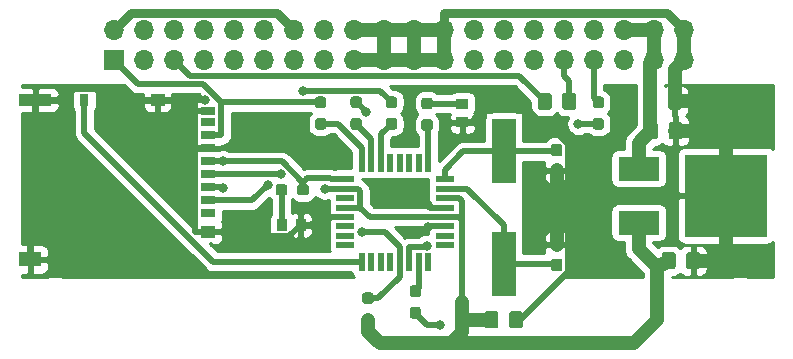
<source format=gbr>
G04 #@! TF.GenerationSoftware,KiCad,Pcbnew,(5.1.5)-3*
G04 #@! TF.CreationDate,2023-01-26T09:30:51+09:00*
G04 #@! TF.ProjectId,raspberrypi_zerow_uhat,72617370-6265-4727-9279-70695f7a6572,1.0*
G04 #@! TF.SameCoordinates,Original*
G04 #@! TF.FileFunction,Copper,L1,Top*
G04 #@! TF.FilePolarity,Positive*
%FSLAX46Y46*%
G04 Gerber Fmt 4.6, Leading zero omitted, Abs format (unit mm)*
G04 Created by KiCad (PCBNEW (5.1.5)-3) date 2023-01-26 09:30:51*
%MOMM*%
%LPD*%
G04 APERTURE LIST*
%ADD10R,1.900000X1.300000*%
%ADD11R,2.800000X1.000000*%
%ADD12R,0.800000X1.000000*%
%ADD13R,1.200000X1.000000*%
%ADD14R,1.200000X0.700000*%
%ADD15R,2.000000X5.500000*%
%ADD16R,0.550000X1.500000*%
%ADD17R,1.500000X0.550000*%
%ADD18R,7.000000X7.000000*%
%ADD19R,3.500000X2.000000*%
%ADD20C,0.100000*%
%ADD21O,1.700000X1.700000*%
%ADD22R,1.700000X1.700000*%
%ADD23R,1.000000X0.820000*%
%ADD24R,0.820000X1.000000*%
%ADD25C,0.800000*%
%ADD26C,0.500000*%
%ADD27C,1.200000*%
%ADD28C,0.800000*%
%ADD29C,0.254000*%
G04 APERTURE END LIST*
D10*
X118932000Y-112968000D03*
D11*
X119382000Y-99468000D03*
D12*
X123532000Y-99468000D03*
D13*
X129732000Y-99468000D03*
X134032000Y-110618000D03*
D14*
X134032000Y-100418000D03*
X134032000Y-101368000D03*
X134032000Y-102468000D03*
X134032000Y-103568000D03*
X134032000Y-104668000D03*
X134032000Y-105768000D03*
X134032000Y-106868000D03*
X134032000Y-107968000D03*
X134032000Y-109068000D03*
D15*
X159032000Y-103818000D03*
X159032000Y-113318000D03*
D16*
X152632000Y-104768000D03*
D17*
X154032000Y-111768000D03*
X154032000Y-110968000D03*
X154032000Y-110168000D03*
X154032000Y-109368000D03*
X154032000Y-108568000D03*
X154032000Y-107768000D03*
X154032000Y-106968000D03*
X154032000Y-106168000D03*
D16*
X151832000Y-104768000D03*
X151032000Y-104768000D03*
X150232000Y-104768000D03*
X149432000Y-104768000D03*
X148632000Y-104768000D03*
X147832000Y-104768000D03*
X147032000Y-104768000D03*
D17*
X145632000Y-106168000D03*
X145632000Y-106968000D03*
X145632000Y-107768000D03*
X145632000Y-108568000D03*
X145632000Y-109368000D03*
X145632000Y-110168000D03*
X145632000Y-110968000D03*
X145632000Y-111768000D03*
D16*
X147032000Y-113168000D03*
X147832000Y-113168000D03*
X148632000Y-113168000D03*
X149432000Y-113168000D03*
X150232000Y-113168000D03*
X151032000Y-113168000D03*
X151832000Y-113168000D03*
X152632000Y-113168000D03*
D18*
X177857000Y-107568000D03*
D19*
X170457000Y-109848000D03*
X170457000Y-105268000D03*
G04 #@! TA.AperFunction,SMDPad,CuDef*
D20*
G36*
X143792779Y-99169144D02*
G01*
X143815834Y-99172563D01*
X143838443Y-99178227D01*
X143860387Y-99186079D01*
X143881457Y-99196044D01*
X143901448Y-99208026D01*
X143920168Y-99221910D01*
X143937438Y-99237562D01*
X143953090Y-99254832D01*
X143966974Y-99273552D01*
X143978956Y-99293543D01*
X143988921Y-99314613D01*
X143996773Y-99336557D01*
X144002437Y-99359166D01*
X144005856Y-99382221D01*
X144007000Y-99405500D01*
X144007000Y-99905500D01*
X144005856Y-99928779D01*
X144002437Y-99951834D01*
X143996773Y-99974443D01*
X143988921Y-99996387D01*
X143978956Y-100017457D01*
X143966974Y-100037448D01*
X143953090Y-100056168D01*
X143937438Y-100073438D01*
X143920168Y-100089090D01*
X143901448Y-100102974D01*
X143881457Y-100114956D01*
X143860387Y-100124921D01*
X143838443Y-100132773D01*
X143815834Y-100138437D01*
X143792779Y-100141856D01*
X143769500Y-100143000D01*
X143294500Y-100143000D01*
X143271221Y-100141856D01*
X143248166Y-100138437D01*
X143225557Y-100132773D01*
X143203613Y-100124921D01*
X143182543Y-100114956D01*
X143162552Y-100102974D01*
X143143832Y-100089090D01*
X143126562Y-100073438D01*
X143110910Y-100056168D01*
X143097026Y-100037448D01*
X143085044Y-100017457D01*
X143075079Y-99996387D01*
X143067227Y-99974443D01*
X143061563Y-99951834D01*
X143058144Y-99928779D01*
X143057000Y-99905500D01*
X143057000Y-99405500D01*
X143058144Y-99382221D01*
X143061563Y-99359166D01*
X143067227Y-99336557D01*
X143075079Y-99314613D01*
X143085044Y-99293543D01*
X143097026Y-99273552D01*
X143110910Y-99254832D01*
X143126562Y-99237562D01*
X143143832Y-99221910D01*
X143162552Y-99208026D01*
X143182543Y-99196044D01*
X143203613Y-99186079D01*
X143225557Y-99178227D01*
X143248166Y-99172563D01*
X143271221Y-99169144D01*
X143294500Y-99168000D01*
X143769500Y-99168000D01*
X143792779Y-99169144D01*
G37*
G04 #@! TD.AperFunction*
G04 #@! TA.AperFunction,SMDPad,CuDef*
G36*
X143792779Y-100994144D02*
G01*
X143815834Y-100997563D01*
X143838443Y-101003227D01*
X143860387Y-101011079D01*
X143881457Y-101021044D01*
X143901448Y-101033026D01*
X143920168Y-101046910D01*
X143937438Y-101062562D01*
X143953090Y-101079832D01*
X143966974Y-101098552D01*
X143978956Y-101118543D01*
X143988921Y-101139613D01*
X143996773Y-101161557D01*
X144002437Y-101184166D01*
X144005856Y-101207221D01*
X144007000Y-101230500D01*
X144007000Y-101730500D01*
X144005856Y-101753779D01*
X144002437Y-101776834D01*
X143996773Y-101799443D01*
X143988921Y-101821387D01*
X143978956Y-101842457D01*
X143966974Y-101862448D01*
X143953090Y-101881168D01*
X143937438Y-101898438D01*
X143920168Y-101914090D01*
X143901448Y-101927974D01*
X143881457Y-101939956D01*
X143860387Y-101949921D01*
X143838443Y-101957773D01*
X143815834Y-101963437D01*
X143792779Y-101966856D01*
X143769500Y-101968000D01*
X143294500Y-101968000D01*
X143271221Y-101966856D01*
X143248166Y-101963437D01*
X143225557Y-101957773D01*
X143203613Y-101949921D01*
X143182543Y-101939956D01*
X143162552Y-101927974D01*
X143143832Y-101914090D01*
X143126562Y-101898438D01*
X143110910Y-101881168D01*
X143097026Y-101862448D01*
X143085044Y-101842457D01*
X143075079Y-101821387D01*
X143067227Y-101799443D01*
X143061563Y-101776834D01*
X143058144Y-101753779D01*
X143057000Y-101730500D01*
X143057000Y-101230500D01*
X143058144Y-101207221D01*
X143061563Y-101184166D01*
X143067227Y-101161557D01*
X143075079Y-101139613D01*
X143085044Y-101118543D01*
X143097026Y-101098552D01*
X143110910Y-101079832D01*
X143126562Y-101062562D01*
X143143832Y-101046910D01*
X143162552Y-101033026D01*
X143182543Y-101021044D01*
X143203613Y-101011079D01*
X143225557Y-101003227D01*
X143248166Y-100997563D01*
X143271221Y-100994144D01*
X143294500Y-100993000D01*
X143769500Y-100993000D01*
X143792779Y-100994144D01*
G37*
G04 #@! TD.AperFunction*
G04 #@! TA.AperFunction,SMDPad,CuDef*
G36*
X152792779Y-99257144D02*
G01*
X152815834Y-99260563D01*
X152838443Y-99266227D01*
X152860387Y-99274079D01*
X152881457Y-99284044D01*
X152901448Y-99296026D01*
X152920168Y-99309910D01*
X152937438Y-99325562D01*
X152953090Y-99342832D01*
X152966974Y-99361552D01*
X152978956Y-99381543D01*
X152988921Y-99402613D01*
X152996773Y-99424557D01*
X153002437Y-99447166D01*
X153005856Y-99470221D01*
X153007000Y-99493500D01*
X153007000Y-99993500D01*
X153005856Y-100016779D01*
X153002437Y-100039834D01*
X152996773Y-100062443D01*
X152988921Y-100084387D01*
X152978956Y-100105457D01*
X152966974Y-100125448D01*
X152953090Y-100144168D01*
X152937438Y-100161438D01*
X152920168Y-100177090D01*
X152901448Y-100190974D01*
X152881457Y-100202956D01*
X152860387Y-100212921D01*
X152838443Y-100220773D01*
X152815834Y-100226437D01*
X152792779Y-100229856D01*
X152769500Y-100231000D01*
X152294500Y-100231000D01*
X152271221Y-100229856D01*
X152248166Y-100226437D01*
X152225557Y-100220773D01*
X152203613Y-100212921D01*
X152182543Y-100202956D01*
X152162552Y-100190974D01*
X152143832Y-100177090D01*
X152126562Y-100161438D01*
X152110910Y-100144168D01*
X152097026Y-100125448D01*
X152085044Y-100105457D01*
X152075079Y-100084387D01*
X152067227Y-100062443D01*
X152061563Y-100039834D01*
X152058144Y-100016779D01*
X152057000Y-99993500D01*
X152057000Y-99493500D01*
X152058144Y-99470221D01*
X152061563Y-99447166D01*
X152067227Y-99424557D01*
X152075079Y-99402613D01*
X152085044Y-99381543D01*
X152097026Y-99361552D01*
X152110910Y-99342832D01*
X152126562Y-99325562D01*
X152143832Y-99309910D01*
X152162552Y-99296026D01*
X152182543Y-99284044D01*
X152203613Y-99274079D01*
X152225557Y-99266227D01*
X152248166Y-99260563D01*
X152271221Y-99257144D01*
X152294500Y-99256000D01*
X152769500Y-99256000D01*
X152792779Y-99257144D01*
G37*
G04 #@! TD.AperFunction*
G04 #@! TA.AperFunction,SMDPad,CuDef*
G36*
X152792779Y-101082144D02*
G01*
X152815834Y-101085563D01*
X152838443Y-101091227D01*
X152860387Y-101099079D01*
X152881457Y-101109044D01*
X152901448Y-101121026D01*
X152920168Y-101134910D01*
X152937438Y-101150562D01*
X152953090Y-101167832D01*
X152966974Y-101186552D01*
X152978956Y-101206543D01*
X152988921Y-101227613D01*
X152996773Y-101249557D01*
X153002437Y-101272166D01*
X153005856Y-101295221D01*
X153007000Y-101318500D01*
X153007000Y-101818500D01*
X153005856Y-101841779D01*
X153002437Y-101864834D01*
X152996773Y-101887443D01*
X152988921Y-101909387D01*
X152978956Y-101930457D01*
X152966974Y-101950448D01*
X152953090Y-101969168D01*
X152937438Y-101986438D01*
X152920168Y-102002090D01*
X152901448Y-102015974D01*
X152881457Y-102027956D01*
X152860387Y-102037921D01*
X152838443Y-102045773D01*
X152815834Y-102051437D01*
X152792779Y-102054856D01*
X152769500Y-102056000D01*
X152294500Y-102056000D01*
X152271221Y-102054856D01*
X152248166Y-102051437D01*
X152225557Y-102045773D01*
X152203613Y-102037921D01*
X152182543Y-102027956D01*
X152162552Y-102015974D01*
X152143832Y-102002090D01*
X152126562Y-101986438D01*
X152110910Y-101969168D01*
X152097026Y-101950448D01*
X152085044Y-101930457D01*
X152075079Y-101909387D01*
X152067227Y-101887443D01*
X152061563Y-101864834D01*
X152058144Y-101841779D01*
X152057000Y-101818500D01*
X152057000Y-101318500D01*
X152058144Y-101295221D01*
X152061563Y-101272166D01*
X152067227Y-101249557D01*
X152075079Y-101227613D01*
X152085044Y-101206543D01*
X152097026Y-101186552D01*
X152110910Y-101167832D01*
X152126562Y-101150562D01*
X152143832Y-101134910D01*
X152162552Y-101121026D01*
X152182543Y-101109044D01*
X152203613Y-101099079D01*
X152225557Y-101091227D01*
X152248166Y-101085563D01*
X152271221Y-101082144D01*
X152294500Y-101081000D01*
X152769500Y-101081000D01*
X152792779Y-101082144D01*
G37*
G04 #@! TD.AperFunction*
G04 #@! TA.AperFunction,SMDPad,CuDef*
G36*
X140480779Y-106594144D02*
G01*
X140503834Y-106597563D01*
X140526443Y-106603227D01*
X140548387Y-106611079D01*
X140569457Y-106621044D01*
X140589448Y-106633026D01*
X140608168Y-106646910D01*
X140625438Y-106662562D01*
X140641090Y-106679832D01*
X140654974Y-106698552D01*
X140666956Y-106718543D01*
X140676921Y-106739613D01*
X140684773Y-106761557D01*
X140690437Y-106784166D01*
X140693856Y-106807221D01*
X140695000Y-106830500D01*
X140695000Y-107305500D01*
X140693856Y-107328779D01*
X140690437Y-107351834D01*
X140684773Y-107374443D01*
X140676921Y-107396387D01*
X140666956Y-107417457D01*
X140654974Y-107437448D01*
X140641090Y-107456168D01*
X140625438Y-107473438D01*
X140608168Y-107489090D01*
X140589448Y-107502974D01*
X140569457Y-107514956D01*
X140548387Y-107524921D01*
X140526443Y-107532773D01*
X140503834Y-107538437D01*
X140480779Y-107541856D01*
X140457500Y-107543000D01*
X139957500Y-107543000D01*
X139934221Y-107541856D01*
X139911166Y-107538437D01*
X139888557Y-107532773D01*
X139866613Y-107524921D01*
X139845543Y-107514956D01*
X139825552Y-107502974D01*
X139806832Y-107489090D01*
X139789562Y-107473438D01*
X139773910Y-107456168D01*
X139760026Y-107437448D01*
X139748044Y-107417457D01*
X139738079Y-107396387D01*
X139730227Y-107374443D01*
X139724563Y-107351834D01*
X139721144Y-107328779D01*
X139720000Y-107305500D01*
X139720000Y-106830500D01*
X139721144Y-106807221D01*
X139724563Y-106784166D01*
X139730227Y-106761557D01*
X139738079Y-106739613D01*
X139748044Y-106718543D01*
X139760026Y-106698552D01*
X139773910Y-106679832D01*
X139789562Y-106662562D01*
X139806832Y-106646910D01*
X139825552Y-106633026D01*
X139845543Y-106621044D01*
X139866613Y-106611079D01*
X139888557Y-106603227D01*
X139911166Y-106597563D01*
X139934221Y-106594144D01*
X139957500Y-106593000D01*
X140457500Y-106593000D01*
X140480779Y-106594144D01*
G37*
G04 #@! TD.AperFunction*
G04 #@! TA.AperFunction,SMDPad,CuDef*
G36*
X142305779Y-106594144D02*
G01*
X142328834Y-106597563D01*
X142351443Y-106603227D01*
X142373387Y-106611079D01*
X142394457Y-106621044D01*
X142414448Y-106633026D01*
X142433168Y-106646910D01*
X142450438Y-106662562D01*
X142466090Y-106679832D01*
X142479974Y-106698552D01*
X142491956Y-106718543D01*
X142501921Y-106739613D01*
X142509773Y-106761557D01*
X142515437Y-106784166D01*
X142518856Y-106807221D01*
X142520000Y-106830500D01*
X142520000Y-107305500D01*
X142518856Y-107328779D01*
X142515437Y-107351834D01*
X142509773Y-107374443D01*
X142501921Y-107396387D01*
X142491956Y-107417457D01*
X142479974Y-107437448D01*
X142466090Y-107456168D01*
X142450438Y-107473438D01*
X142433168Y-107489090D01*
X142414448Y-107502974D01*
X142394457Y-107514956D01*
X142373387Y-107524921D01*
X142351443Y-107532773D01*
X142328834Y-107538437D01*
X142305779Y-107541856D01*
X142282500Y-107543000D01*
X141782500Y-107543000D01*
X141759221Y-107541856D01*
X141736166Y-107538437D01*
X141713557Y-107532773D01*
X141691613Y-107524921D01*
X141670543Y-107514956D01*
X141650552Y-107502974D01*
X141631832Y-107489090D01*
X141614562Y-107473438D01*
X141598910Y-107456168D01*
X141585026Y-107437448D01*
X141573044Y-107417457D01*
X141563079Y-107396387D01*
X141555227Y-107374443D01*
X141549563Y-107351834D01*
X141546144Y-107328779D01*
X141545000Y-107305500D01*
X141545000Y-106830500D01*
X141546144Y-106807221D01*
X141549563Y-106784166D01*
X141555227Y-106761557D01*
X141563079Y-106739613D01*
X141573044Y-106718543D01*
X141585026Y-106698552D01*
X141598910Y-106679832D01*
X141614562Y-106662562D01*
X141631832Y-106646910D01*
X141650552Y-106633026D01*
X141670543Y-106621044D01*
X141691613Y-106611079D01*
X141713557Y-106603227D01*
X141736166Y-106597563D01*
X141759221Y-106594144D01*
X141782500Y-106593000D01*
X142282500Y-106593000D01*
X142305779Y-106594144D01*
G37*
G04 #@! TD.AperFunction*
G04 #@! TA.AperFunction,SMDPad,CuDef*
G36*
X151792779Y-116994144D02*
G01*
X151815834Y-116997563D01*
X151838443Y-117003227D01*
X151860387Y-117011079D01*
X151881457Y-117021044D01*
X151901448Y-117033026D01*
X151920168Y-117046910D01*
X151937438Y-117062562D01*
X151953090Y-117079832D01*
X151966974Y-117098552D01*
X151978956Y-117118543D01*
X151988921Y-117139613D01*
X151996773Y-117161557D01*
X152002437Y-117184166D01*
X152005856Y-117207221D01*
X152007000Y-117230500D01*
X152007000Y-117730500D01*
X152005856Y-117753779D01*
X152002437Y-117776834D01*
X151996773Y-117799443D01*
X151988921Y-117821387D01*
X151978956Y-117842457D01*
X151966974Y-117862448D01*
X151953090Y-117881168D01*
X151937438Y-117898438D01*
X151920168Y-117914090D01*
X151901448Y-117927974D01*
X151881457Y-117939956D01*
X151860387Y-117949921D01*
X151838443Y-117957773D01*
X151815834Y-117963437D01*
X151792779Y-117966856D01*
X151769500Y-117968000D01*
X151294500Y-117968000D01*
X151271221Y-117966856D01*
X151248166Y-117963437D01*
X151225557Y-117957773D01*
X151203613Y-117949921D01*
X151182543Y-117939956D01*
X151162552Y-117927974D01*
X151143832Y-117914090D01*
X151126562Y-117898438D01*
X151110910Y-117881168D01*
X151097026Y-117862448D01*
X151085044Y-117842457D01*
X151075079Y-117821387D01*
X151067227Y-117799443D01*
X151061563Y-117776834D01*
X151058144Y-117753779D01*
X151057000Y-117730500D01*
X151057000Y-117230500D01*
X151058144Y-117207221D01*
X151061563Y-117184166D01*
X151067227Y-117161557D01*
X151075079Y-117139613D01*
X151085044Y-117118543D01*
X151097026Y-117098552D01*
X151110910Y-117079832D01*
X151126562Y-117062562D01*
X151143832Y-117046910D01*
X151162552Y-117033026D01*
X151182543Y-117021044D01*
X151203613Y-117011079D01*
X151225557Y-117003227D01*
X151248166Y-116997563D01*
X151271221Y-116994144D01*
X151294500Y-116993000D01*
X151769500Y-116993000D01*
X151792779Y-116994144D01*
G37*
G04 #@! TD.AperFunction*
G04 #@! TA.AperFunction,SMDPad,CuDef*
G36*
X151792779Y-115169144D02*
G01*
X151815834Y-115172563D01*
X151838443Y-115178227D01*
X151860387Y-115186079D01*
X151881457Y-115196044D01*
X151901448Y-115208026D01*
X151920168Y-115221910D01*
X151937438Y-115237562D01*
X151953090Y-115254832D01*
X151966974Y-115273552D01*
X151978956Y-115293543D01*
X151988921Y-115314613D01*
X151996773Y-115336557D01*
X152002437Y-115359166D01*
X152005856Y-115382221D01*
X152007000Y-115405500D01*
X152007000Y-115905500D01*
X152005856Y-115928779D01*
X152002437Y-115951834D01*
X151996773Y-115974443D01*
X151988921Y-115996387D01*
X151978956Y-116017457D01*
X151966974Y-116037448D01*
X151953090Y-116056168D01*
X151937438Y-116073438D01*
X151920168Y-116089090D01*
X151901448Y-116102974D01*
X151881457Y-116114956D01*
X151860387Y-116124921D01*
X151838443Y-116132773D01*
X151815834Y-116138437D01*
X151792779Y-116141856D01*
X151769500Y-116143000D01*
X151294500Y-116143000D01*
X151271221Y-116141856D01*
X151248166Y-116138437D01*
X151225557Y-116132773D01*
X151203613Y-116124921D01*
X151182543Y-116114956D01*
X151162552Y-116102974D01*
X151143832Y-116089090D01*
X151126562Y-116073438D01*
X151110910Y-116056168D01*
X151097026Y-116037448D01*
X151085044Y-116017457D01*
X151075079Y-115996387D01*
X151067227Y-115974443D01*
X151061563Y-115951834D01*
X151058144Y-115928779D01*
X151057000Y-115905500D01*
X151057000Y-115405500D01*
X151058144Y-115382221D01*
X151061563Y-115359166D01*
X151067227Y-115336557D01*
X151075079Y-115314613D01*
X151085044Y-115293543D01*
X151097026Y-115273552D01*
X151110910Y-115254832D01*
X151126562Y-115237562D01*
X151143832Y-115221910D01*
X151162552Y-115208026D01*
X151182543Y-115196044D01*
X151203613Y-115186079D01*
X151225557Y-115178227D01*
X151248166Y-115172563D01*
X151271221Y-115169144D01*
X151294500Y-115168000D01*
X151769500Y-115168000D01*
X151792779Y-115169144D01*
G37*
G04 #@! TD.AperFunction*
G04 #@! TA.AperFunction,SMDPad,CuDef*
G36*
X167292779Y-99169144D02*
G01*
X167315834Y-99172563D01*
X167338443Y-99178227D01*
X167360387Y-99186079D01*
X167381457Y-99196044D01*
X167401448Y-99208026D01*
X167420168Y-99221910D01*
X167437438Y-99237562D01*
X167453090Y-99254832D01*
X167466974Y-99273552D01*
X167478956Y-99293543D01*
X167488921Y-99314613D01*
X167496773Y-99336557D01*
X167502437Y-99359166D01*
X167505856Y-99382221D01*
X167507000Y-99405500D01*
X167507000Y-99905500D01*
X167505856Y-99928779D01*
X167502437Y-99951834D01*
X167496773Y-99974443D01*
X167488921Y-99996387D01*
X167478956Y-100017457D01*
X167466974Y-100037448D01*
X167453090Y-100056168D01*
X167437438Y-100073438D01*
X167420168Y-100089090D01*
X167401448Y-100102974D01*
X167381457Y-100114956D01*
X167360387Y-100124921D01*
X167338443Y-100132773D01*
X167315834Y-100138437D01*
X167292779Y-100141856D01*
X167269500Y-100143000D01*
X166794500Y-100143000D01*
X166771221Y-100141856D01*
X166748166Y-100138437D01*
X166725557Y-100132773D01*
X166703613Y-100124921D01*
X166682543Y-100114956D01*
X166662552Y-100102974D01*
X166643832Y-100089090D01*
X166626562Y-100073438D01*
X166610910Y-100056168D01*
X166597026Y-100037448D01*
X166585044Y-100017457D01*
X166575079Y-99996387D01*
X166567227Y-99974443D01*
X166561563Y-99951834D01*
X166558144Y-99928779D01*
X166557000Y-99905500D01*
X166557000Y-99405500D01*
X166558144Y-99382221D01*
X166561563Y-99359166D01*
X166567227Y-99336557D01*
X166575079Y-99314613D01*
X166585044Y-99293543D01*
X166597026Y-99273552D01*
X166610910Y-99254832D01*
X166626562Y-99237562D01*
X166643832Y-99221910D01*
X166662552Y-99208026D01*
X166682543Y-99196044D01*
X166703613Y-99186079D01*
X166725557Y-99178227D01*
X166748166Y-99172563D01*
X166771221Y-99169144D01*
X166794500Y-99168000D01*
X167269500Y-99168000D01*
X167292779Y-99169144D01*
G37*
G04 #@! TD.AperFunction*
G04 #@! TA.AperFunction,SMDPad,CuDef*
G36*
X167292779Y-100994144D02*
G01*
X167315834Y-100997563D01*
X167338443Y-101003227D01*
X167360387Y-101011079D01*
X167381457Y-101021044D01*
X167401448Y-101033026D01*
X167420168Y-101046910D01*
X167437438Y-101062562D01*
X167453090Y-101079832D01*
X167466974Y-101098552D01*
X167478956Y-101118543D01*
X167488921Y-101139613D01*
X167496773Y-101161557D01*
X167502437Y-101184166D01*
X167505856Y-101207221D01*
X167507000Y-101230500D01*
X167507000Y-101730500D01*
X167505856Y-101753779D01*
X167502437Y-101776834D01*
X167496773Y-101799443D01*
X167488921Y-101821387D01*
X167478956Y-101842457D01*
X167466974Y-101862448D01*
X167453090Y-101881168D01*
X167437438Y-101898438D01*
X167420168Y-101914090D01*
X167401448Y-101927974D01*
X167381457Y-101939956D01*
X167360387Y-101949921D01*
X167338443Y-101957773D01*
X167315834Y-101963437D01*
X167292779Y-101966856D01*
X167269500Y-101968000D01*
X166794500Y-101968000D01*
X166771221Y-101966856D01*
X166748166Y-101963437D01*
X166725557Y-101957773D01*
X166703613Y-101949921D01*
X166682543Y-101939956D01*
X166662552Y-101927974D01*
X166643832Y-101914090D01*
X166626562Y-101898438D01*
X166610910Y-101881168D01*
X166597026Y-101862448D01*
X166585044Y-101842457D01*
X166575079Y-101821387D01*
X166567227Y-101799443D01*
X166561563Y-101776834D01*
X166558144Y-101753779D01*
X166557000Y-101730500D01*
X166557000Y-101230500D01*
X166558144Y-101207221D01*
X166561563Y-101184166D01*
X166567227Y-101161557D01*
X166575079Y-101139613D01*
X166585044Y-101118543D01*
X166597026Y-101098552D01*
X166610910Y-101079832D01*
X166626562Y-101062562D01*
X166643832Y-101046910D01*
X166662552Y-101033026D01*
X166682543Y-101021044D01*
X166703613Y-101011079D01*
X166725557Y-101003227D01*
X166748166Y-100997563D01*
X166771221Y-100994144D01*
X166794500Y-100993000D01*
X167269500Y-100993000D01*
X167292779Y-100994144D01*
G37*
G04 #@! TD.AperFunction*
G04 #@! TA.AperFunction,SMDPad,CuDef*
G36*
X146792779Y-99169144D02*
G01*
X146815834Y-99172563D01*
X146838443Y-99178227D01*
X146860387Y-99186079D01*
X146881457Y-99196044D01*
X146901448Y-99208026D01*
X146920168Y-99221910D01*
X146937438Y-99237562D01*
X146953090Y-99254832D01*
X146966974Y-99273552D01*
X146978956Y-99293543D01*
X146988921Y-99314613D01*
X146996773Y-99336557D01*
X147002437Y-99359166D01*
X147005856Y-99382221D01*
X147007000Y-99405500D01*
X147007000Y-99905500D01*
X147005856Y-99928779D01*
X147002437Y-99951834D01*
X146996773Y-99974443D01*
X146988921Y-99996387D01*
X146978956Y-100017457D01*
X146966974Y-100037448D01*
X146953090Y-100056168D01*
X146937438Y-100073438D01*
X146920168Y-100089090D01*
X146901448Y-100102974D01*
X146881457Y-100114956D01*
X146860387Y-100124921D01*
X146838443Y-100132773D01*
X146815834Y-100138437D01*
X146792779Y-100141856D01*
X146769500Y-100143000D01*
X146294500Y-100143000D01*
X146271221Y-100141856D01*
X146248166Y-100138437D01*
X146225557Y-100132773D01*
X146203613Y-100124921D01*
X146182543Y-100114956D01*
X146162552Y-100102974D01*
X146143832Y-100089090D01*
X146126562Y-100073438D01*
X146110910Y-100056168D01*
X146097026Y-100037448D01*
X146085044Y-100017457D01*
X146075079Y-99996387D01*
X146067227Y-99974443D01*
X146061563Y-99951834D01*
X146058144Y-99928779D01*
X146057000Y-99905500D01*
X146057000Y-99405500D01*
X146058144Y-99382221D01*
X146061563Y-99359166D01*
X146067227Y-99336557D01*
X146075079Y-99314613D01*
X146085044Y-99293543D01*
X146097026Y-99273552D01*
X146110910Y-99254832D01*
X146126562Y-99237562D01*
X146143832Y-99221910D01*
X146162552Y-99208026D01*
X146182543Y-99196044D01*
X146203613Y-99186079D01*
X146225557Y-99178227D01*
X146248166Y-99172563D01*
X146271221Y-99169144D01*
X146294500Y-99168000D01*
X146769500Y-99168000D01*
X146792779Y-99169144D01*
G37*
G04 #@! TD.AperFunction*
G04 #@! TA.AperFunction,SMDPad,CuDef*
G36*
X146792779Y-100994144D02*
G01*
X146815834Y-100997563D01*
X146838443Y-101003227D01*
X146860387Y-101011079D01*
X146881457Y-101021044D01*
X146901448Y-101033026D01*
X146920168Y-101046910D01*
X146937438Y-101062562D01*
X146953090Y-101079832D01*
X146966974Y-101098552D01*
X146978956Y-101118543D01*
X146988921Y-101139613D01*
X146996773Y-101161557D01*
X147002437Y-101184166D01*
X147005856Y-101207221D01*
X147007000Y-101230500D01*
X147007000Y-101730500D01*
X147005856Y-101753779D01*
X147002437Y-101776834D01*
X146996773Y-101799443D01*
X146988921Y-101821387D01*
X146978956Y-101842457D01*
X146966974Y-101862448D01*
X146953090Y-101881168D01*
X146937438Y-101898438D01*
X146920168Y-101914090D01*
X146901448Y-101927974D01*
X146881457Y-101939956D01*
X146860387Y-101949921D01*
X146838443Y-101957773D01*
X146815834Y-101963437D01*
X146792779Y-101966856D01*
X146769500Y-101968000D01*
X146294500Y-101968000D01*
X146271221Y-101966856D01*
X146248166Y-101963437D01*
X146225557Y-101957773D01*
X146203613Y-101949921D01*
X146182543Y-101939956D01*
X146162552Y-101927974D01*
X146143832Y-101914090D01*
X146126562Y-101898438D01*
X146110910Y-101881168D01*
X146097026Y-101862448D01*
X146085044Y-101842457D01*
X146075079Y-101821387D01*
X146067227Y-101799443D01*
X146061563Y-101776834D01*
X146058144Y-101753779D01*
X146057000Y-101730500D01*
X146057000Y-101230500D01*
X146058144Y-101207221D01*
X146061563Y-101184166D01*
X146067227Y-101161557D01*
X146075079Y-101139613D01*
X146085044Y-101118543D01*
X146097026Y-101098552D01*
X146110910Y-101079832D01*
X146126562Y-101062562D01*
X146143832Y-101046910D01*
X146162552Y-101033026D01*
X146182543Y-101021044D01*
X146203613Y-101011079D01*
X146225557Y-101003227D01*
X146248166Y-100997563D01*
X146271221Y-100994144D01*
X146294500Y-100993000D01*
X146769500Y-100993000D01*
X146792779Y-100994144D01*
G37*
G04 #@! TD.AperFunction*
G04 #@! TA.AperFunction,SMDPad,CuDef*
G36*
X149792779Y-99169144D02*
G01*
X149815834Y-99172563D01*
X149838443Y-99178227D01*
X149860387Y-99186079D01*
X149881457Y-99196044D01*
X149901448Y-99208026D01*
X149920168Y-99221910D01*
X149937438Y-99237562D01*
X149953090Y-99254832D01*
X149966974Y-99273552D01*
X149978956Y-99293543D01*
X149988921Y-99314613D01*
X149996773Y-99336557D01*
X150002437Y-99359166D01*
X150005856Y-99382221D01*
X150007000Y-99405500D01*
X150007000Y-99905500D01*
X150005856Y-99928779D01*
X150002437Y-99951834D01*
X149996773Y-99974443D01*
X149988921Y-99996387D01*
X149978956Y-100017457D01*
X149966974Y-100037448D01*
X149953090Y-100056168D01*
X149937438Y-100073438D01*
X149920168Y-100089090D01*
X149901448Y-100102974D01*
X149881457Y-100114956D01*
X149860387Y-100124921D01*
X149838443Y-100132773D01*
X149815834Y-100138437D01*
X149792779Y-100141856D01*
X149769500Y-100143000D01*
X149294500Y-100143000D01*
X149271221Y-100141856D01*
X149248166Y-100138437D01*
X149225557Y-100132773D01*
X149203613Y-100124921D01*
X149182543Y-100114956D01*
X149162552Y-100102974D01*
X149143832Y-100089090D01*
X149126562Y-100073438D01*
X149110910Y-100056168D01*
X149097026Y-100037448D01*
X149085044Y-100017457D01*
X149075079Y-99996387D01*
X149067227Y-99974443D01*
X149061563Y-99951834D01*
X149058144Y-99928779D01*
X149057000Y-99905500D01*
X149057000Y-99405500D01*
X149058144Y-99382221D01*
X149061563Y-99359166D01*
X149067227Y-99336557D01*
X149075079Y-99314613D01*
X149085044Y-99293543D01*
X149097026Y-99273552D01*
X149110910Y-99254832D01*
X149126562Y-99237562D01*
X149143832Y-99221910D01*
X149162552Y-99208026D01*
X149182543Y-99196044D01*
X149203613Y-99186079D01*
X149225557Y-99178227D01*
X149248166Y-99172563D01*
X149271221Y-99169144D01*
X149294500Y-99168000D01*
X149769500Y-99168000D01*
X149792779Y-99169144D01*
G37*
G04 #@! TD.AperFunction*
G04 #@! TA.AperFunction,SMDPad,CuDef*
G36*
X149792779Y-100994144D02*
G01*
X149815834Y-100997563D01*
X149838443Y-101003227D01*
X149860387Y-101011079D01*
X149881457Y-101021044D01*
X149901448Y-101033026D01*
X149920168Y-101046910D01*
X149937438Y-101062562D01*
X149953090Y-101079832D01*
X149966974Y-101098552D01*
X149978956Y-101118543D01*
X149988921Y-101139613D01*
X149996773Y-101161557D01*
X150002437Y-101184166D01*
X150005856Y-101207221D01*
X150007000Y-101230500D01*
X150007000Y-101730500D01*
X150005856Y-101753779D01*
X150002437Y-101776834D01*
X149996773Y-101799443D01*
X149988921Y-101821387D01*
X149978956Y-101842457D01*
X149966974Y-101862448D01*
X149953090Y-101881168D01*
X149937438Y-101898438D01*
X149920168Y-101914090D01*
X149901448Y-101927974D01*
X149881457Y-101939956D01*
X149860387Y-101949921D01*
X149838443Y-101957773D01*
X149815834Y-101963437D01*
X149792779Y-101966856D01*
X149769500Y-101968000D01*
X149294500Y-101968000D01*
X149271221Y-101966856D01*
X149248166Y-101963437D01*
X149225557Y-101957773D01*
X149203613Y-101949921D01*
X149182543Y-101939956D01*
X149162552Y-101927974D01*
X149143832Y-101914090D01*
X149126562Y-101898438D01*
X149110910Y-101881168D01*
X149097026Y-101862448D01*
X149085044Y-101842457D01*
X149075079Y-101821387D01*
X149067227Y-101799443D01*
X149061563Y-101776834D01*
X149058144Y-101753779D01*
X149057000Y-101730500D01*
X149057000Y-101230500D01*
X149058144Y-101207221D01*
X149061563Y-101184166D01*
X149067227Y-101161557D01*
X149075079Y-101139613D01*
X149085044Y-101118543D01*
X149097026Y-101098552D01*
X149110910Y-101079832D01*
X149126562Y-101062562D01*
X149143832Y-101046910D01*
X149162552Y-101033026D01*
X149182543Y-101021044D01*
X149203613Y-101011079D01*
X149225557Y-101003227D01*
X149248166Y-100997563D01*
X149271221Y-100994144D01*
X149294500Y-100993000D01*
X149769500Y-100993000D01*
X149792779Y-100994144D01*
G37*
G04 #@! TD.AperFunction*
G04 #@! TA.AperFunction,SMDPad,CuDef*
G36*
X147792779Y-115757144D02*
G01*
X147815834Y-115760563D01*
X147838443Y-115766227D01*
X147860387Y-115774079D01*
X147881457Y-115784044D01*
X147901448Y-115796026D01*
X147920168Y-115809910D01*
X147937438Y-115825562D01*
X147953090Y-115842832D01*
X147966974Y-115861552D01*
X147978956Y-115881543D01*
X147988921Y-115902613D01*
X147996773Y-115924557D01*
X148002437Y-115947166D01*
X148005856Y-115970221D01*
X148007000Y-115993500D01*
X148007000Y-116493500D01*
X148005856Y-116516779D01*
X148002437Y-116539834D01*
X147996773Y-116562443D01*
X147988921Y-116584387D01*
X147978956Y-116605457D01*
X147966974Y-116625448D01*
X147953090Y-116644168D01*
X147937438Y-116661438D01*
X147920168Y-116677090D01*
X147901448Y-116690974D01*
X147881457Y-116702956D01*
X147860387Y-116712921D01*
X147838443Y-116720773D01*
X147815834Y-116726437D01*
X147792779Y-116729856D01*
X147769500Y-116731000D01*
X147294500Y-116731000D01*
X147271221Y-116729856D01*
X147248166Y-116726437D01*
X147225557Y-116720773D01*
X147203613Y-116712921D01*
X147182543Y-116702956D01*
X147162552Y-116690974D01*
X147143832Y-116677090D01*
X147126562Y-116661438D01*
X147110910Y-116644168D01*
X147097026Y-116625448D01*
X147085044Y-116605457D01*
X147075079Y-116584387D01*
X147067227Y-116562443D01*
X147061563Y-116539834D01*
X147058144Y-116516779D01*
X147057000Y-116493500D01*
X147057000Y-115993500D01*
X147058144Y-115970221D01*
X147061563Y-115947166D01*
X147067227Y-115924557D01*
X147075079Y-115902613D01*
X147085044Y-115881543D01*
X147097026Y-115861552D01*
X147110910Y-115842832D01*
X147126562Y-115825562D01*
X147143832Y-115809910D01*
X147162552Y-115796026D01*
X147182543Y-115784044D01*
X147203613Y-115774079D01*
X147225557Y-115766227D01*
X147248166Y-115760563D01*
X147271221Y-115757144D01*
X147294500Y-115756000D01*
X147769500Y-115756000D01*
X147792779Y-115757144D01*
G37*
G04 #@! TD.AperFunction*
G04 #@! TA.AperFunction,SMDPad,CuDef*
G36*
X147792779Y-117582144D02*
G01*
X147815834Y-117585563D01*
X147838443Y-117591227D01*
X147860387Y-117599079D01*
X147881457Y-117609044D01*
X147901448Y-117621026D01*
X147920168Y-117634910D01*
X147937438Y-117650562D01*
X147953090Y-117667832D01*
X147966974Y-117686552D01*
X147978956Y-117706543D01*
X147988921Y-117727613D01*
X147996773Y-117749557D01*
X148002437Y-117772166D01*
X148005856Y-117795221D01*
X148007000Y-117818500D01*
X148007000Y-118318500D01*
X148005856Y-118341779D01*
X148002437Y-118364834D01*
X147996773Y-118387443D01*
X147988921Y-118409387D01*
X147978956Y-118430457D01*
X147966974Y-118450448D01*
X147953090Y-118469168D01*
X147937438Y-118486438D01*
X147920168Y-118502090D01*
X147901448Y-118515974D01*
X147881457Y-118527956D01*
X147860387Y-118537921D01*
X147838443Y-118545773D01*
X147815834Y-118551437D01*
X147792779Y-118554856D01*
X147769500Y-118556000D01*
X147294500Y-118556000D01*
X147271221Y-118554856D01*
X147248166Y-118551437D01*
X147225557Y-118545773D01*
X147203613Y-118537921D01*
X147182543Y-118527956D01*
X147162552Y-118515974D01*
X147143832Y-118502090D01*
X147126562Y-118486438D01*
X147110910Y-118469168D01*
X147097026Y-118450448D01*
X147085044Y-118430457D01*
X147075079Y-118409387D01*
X147067227Y-118387443D01*
X147061563Y-118364834D01*
X147058144Y-118341779D01*
X147057000Y-118318500D01*
X147057000Y-117818500D01*
X147058144Y-117795221D01*
X147061563Y-117772166D01*
X147067227Y-117749557D01*
X147075079Y-117727613D01*
X147085044Y-117706543D01*
X147097026Y-117686552D01*
X147110910Y-117667832D01*
X147126562Y-117650562D01*
X147143832Y-117634910D01*
X147162552Y-117621026D01*
X147182543Y-117609044D01*
X147203613Y-117599079D01*
X147225557Y-117591227D01*
X147248166Y-117585563D01*
X147271221Y-117582144D01*
X147294500Y-117581000D01*
X147769500Y-117581000D01*
X147792779Y-117582144D01*
G37*
G04 #@! TD.AperFunction*
D21*
X174292000Y-93528000D03*
X174292000Y-96068000D03*
X171752000Y-93528000D03*
X171752000Y-96068000D03*
X169212000Y-93528000D03*
X169212000Y-96068000D03*
X166672000Y-93528000D03*
X166672000Y-96068000D03*
X164132000Y-93528000D03*
X164132000Y-96068000D03*
X161592000Y-93528000D03*
X161592000Y-96068000D03*
X159052000Y-93528000D03*
X159052000Y-96068000D03*
X156512000Y-93528000D03*
X156512000Y-96068000D03*
X153972000Y-93528000D03*
X153972000Y-96068000D03*
X151432000Y-93528000D03*
X151432000Y-96068000D03*
X148892000Y-93528000D03*
X148892000Y-96068000D03*
X146352000Y-93528000D03*
X146352000Y-96068000D03*
X143812000Y-93528000D03*
X143812000Y-96068000D03*
X141272000Y-93528000D03*
X141272000Y-96068000D03*
X138732000Y-93528000D03*
X138732000Y-96068000D03*
X136192000Y-93528000D03*
X136192000Y-96068000D03*
X133652000Y-93528000D03*
X133652000Y-96068000D03*
X131112000Y-93528000D03*
X131112000Y-96068000D03*
X128572000Y-93528000D03*
X128572000Y-96068000D03*
X126032000Y-93528000D03*
D22*
X126032000Y-96068000D03*
D23*
X155532000Y-99768000D03*
X155532000Y-101368000D03*
D24*
X140232000Y-110068000D03*
X141832000Y-110068000D03*
G04 #@! TA.AperFunction,SMDPad,CuDef*
D20*
G36*
X158356504Y-117344204D02*
G01*
X158380773Y-117347804D01*
X158404571Y-117353765D01*
X158427671Y-117362030D01*
X158449849Y-117372520D01*
X158470893Y-117385133D01*
X158490598Y-117399747D01*
X158508777Y-117416223D01*
X158525253Y-117434402D01*
X158539867Y-117454107D01*
X158552480Y-117475151D01*
X158562970Y-117497329D01*
X158571235Y-117520429D01*
X158577196Y-117544227D01*
X158580796Y-117568496D01*
X158582000Y-117593000D01*
X158582000Y-118543000D01*
X158580796Y-118567504D01*
X158577196Y-118591773D01*
X158571235Y-118615571D01*
X158562970Y-118638671D01*
X158552480Y-118660849D01*
X158539867Y-118681893D01*
X158525253Y-118701598D01*
X158508777Y-118719777D01*
X158490598Y-118736253D01*
X158470893Y-118750867D01*
X158449849Y-118763480D01*
X158427671Y-118773970D01*
X158404571Y-118782235D01*
X158380773Y-118788196D01*
X158356504Y-118791796D01*
X158332000Y-118793000D01*
X157657000Y-118793000D01*
X157632496Y-118791796D01*
X157608227Y-118788196D01*
X157584429Y-118782235D01*
X157561329Y-118773970D01*
X157539151Y-118763480D01*
X157518107Y-118750867D01*
X157498402Y-118736253D01*
X157480223Y-118719777D01*
X157463747Y-118701598D01*
X157449133Y-118681893D01*
X157436520Y-118660849D01*
X157426030Y-118638671D01*
X157417765Y-118615571D01*
X157411804Y-118591773D01*
X157408204Y-118567504D01*
X157407000Y-118543000D01*
X157407000Y-117593000D01*
X157408204Y-117568496D01*
X157411804Y-117544227D01*
X157417765Y-117520429D01*
X157426030Y-117497329D01*
X157436520Y-117475151D01*
X157449133Y-117454107D01*
X157463747Y-117434402D01*
X157480223Y-117416223D01*
X157498402Y-117399747D01*
X157518107Y-117385133D01*
X157539151Y-117372520D01*
X157561329Y-117362030D01*
X157584429Y-117353765D01*
X157608227Y-117347804D01*
X157632496Y-117344204D01*
X157657000Y-117343000D01*
X158332000Y-117343000D01*
X158356504Y-117344204D01*
G37*
G04 #@! TD.AperFunction*
G04 #@! TA.AperFunction,SMDPad,CuDef*
G36*
X160431504Y-117344204D02*
G01*
X160455773Y-117347804D01*
X160479571Y-117353765D01*
X160502671Y-117362030D01*
X160524849Y-117372520D01*
X160545893Y-117385133D01*
X160565598Y-117399747D01*
X160583777Y-117416223D01*
X160600253Y-117434402D01*
X160614867Y-117454107D01*
X160627480Y-117475151D01*
X160637970Y-117497329D01*
X160646235Y-117520429D01*
X160652196Y-117544227D01*
X160655796Y-117568496D01*
X160657000Y-117593000D01*
X160657000Y-118543000D01*
X160655796Y-118567504D01*
X160652196Y-118591773D01*
X160646235Y-118615571D01*
X160637970Y-118638671D01*
X160627480Y-118660849D01*
X160614867Y-118681893D01*
X160600253Y-118701598D01*
X160583777Y-118719777D01*
X160565598Y-118736253D01*
X160545893Y-118750867D01*
X160524849Y-118763480D01*
X160502671Y-118773970D01*
X160479571Y-118782235D01*
X160455773Y-118788196D01*
X160431504Y-118791796D01*
X160407000Y-118793000D01*
X159732000Y-118793000D01*
X159707496Y-118791796D01*
X159683227Y-118788196D01*
X159659429Y-118782235D01*
X159636329Y-118773970D01*
X159614151Y-118763480D01*
X159593107Y-118750867D01*
X159573402Y-118736253D01*
X159555223Y-118719777D01*
X159538747Y-118701598D01*
X159524133Y-118681893D01*
X159511520Y-118660849D01*
X159501030Y-118638671D01*
X159492765Y-118615571D01*
X159486804Y-118591773D01*
X159483204Y-118567504D01*
X159482000Y-118543000D01*
X159482000Y-117593000D01*
X159483204Y-117568496D01*
X159486804Y-117544227D01*
X159492765Y-117520429D01*
X159501030Y-117497329D01*
X159511520Y-117475151D01*
X159524133Y-117454107D01*
X159538747Y-117434402D01*
X159555223Y-117416223D01*
X159573402Y-117399747D01*
X159593107Y-117385133D01*
X159614151Y-117372520D01*
X159636329Y-117362030D01*
X159659429Y-117353765D01*
X159683227Y-117347804D01*
X159707496Y-117344204D01*
X159732000Y-117343000D01*
X160407000Y-117343000D01*
X160431504Y-117344204D01*
G37*
G04 #@! TD.AperFunction*
G04 #@! TA.AperFunction,SMDPad,CuDef*
G36*
X163792779Y-103169144D02*
G01*
X163815834Y-103172563D01*
X163838443Y-103178227D01*
X163860387Y-103186079D01*
X163881457Y-103196044D01*
X163901448Y-103208026D01*
X163920168Y-103221910D01*
X163937438Y-103237562D01*
X163953090Y-103254832D01*
X163966974Y-103273552D01*
X163978956Y-103293543D01*
X163988921Y-103314613D01*
X163996773Y-103336557D01*
X164002437Y-103359166D01*
X164005856Y-103382221D01*
X164007000Y-103405500D01*
X164007000Y-104005500D01*
X164005856Y-104028779D01*
X164002437Y-104051834D01*
X163996773Y-104074443D01*
X163988921Y-104096387D01*
X163978956Y-104117457D01*
X163966974Y-104137448D01*
X163953090Y-104156168D01*
X163937438Y-104173438D01*
X163920168Y-104189090D01*
X163901448Y-104202974D01*
X163881457Y-104214956D01*
X163860387Y-104224921D01*
X163838443Y-104232773D01*
X163815834Y-104238437D01*
X163792779Y-104241856D01*
X163769500Y-104243000D01*
X163294500Y-104243000D01*
X163271221Y-104241856D01*
X163248166Y-104238437D01*
X163225557Y-104232773D01*
X163203613Y-104224921D01*
X163182543Y-104214956D01*
X163162552Y-104202974D01*
X163143832Y-104189090D01*
X163126562Y-104173438D01*
X163110910Y-104156168D01*
X163097026Y-104137448D01*
X163085044Y-104117457D01*
X163075079Y-104096387D01*
X163067227Y-104074443D01*
X163061563Y-104051834D01*
X163058144Y-104028779D01*
X163057000Y-104005500D01*
X163057000Y-103405500D01*
X163058144Y-103382221D01*
X163061563Y-103359166D01*
X163067227Y-103336557D01*
X163075079Y-103314613D01*
X163085044Y-103293543D01*
X163097026Y-103273552D01*
X163110910Y-103254832D01*
X163126562Y-103237562D01*
X163143832Y-103221910D01*
X163162552Y-103208026D01*
X163182543Y-103196044D01*
X163203613Y-103186079D01*
X163225557Y-103178227D01*
X163248166Y-103172563D01*
X163271221Y-103169144D01*
X163294500Y-103168000D01*
X163769500Y-103168000D01*
X163792779Y-103169144D01*
G37*
G04 #@! TD.AperFunction*
G04 #@! TA.AperFunction,SMDPad,CuDef*
G36*
X163792779Y-104894144D02*
G01*
X163815834Y-104897563D01*
X163838443Y-104903227D01*
X163860387Y-104911079D01*
X163881457Y-104921044D01*
X163901448Y-104933026D01*
X163920168Y-104946910D01*
X163937438Y-104962562D01*
X163953090Y-104979832D01*
X163966974Y-104998552D01*
X163978956Y-105018543D01*
X163988921Y-105039613D01*
X163996773Y-105061557D01*
X164002437Y-105084166D01*
X164005856Y-105107221D01*
X164007000Y-105130500D01*
X164007000Y-105730500D01*
X164005856Y-105753779D01*
X164002437Y-105776834D01*
X163996773Y-105799443D01*
X163988921Y-105821387D01*
X163978956Y-105842457D01*
X163966974Y-105862448D01*
X163953090Y-105881168D01*
X163937438Y-105898438D01*
X163920168Y-105914090D01*
X163901448Y-105927974D01*
X163881457Y-105939956D01*
X163860387Y-105949921D01*
X163838443Y-105957773D01*
X163815834Y-105963437D01*
X163792779Y-105966856D01*
X163769500Y-105968000D01*
X163294500Y-105968000D01*
X163271221Y-105966856D01*
X163248166Y-105963437D01*
X163225557Y-105957773D01*
X163203613Y-105949921D01*
X163182543Y-105939956D01*
X163162552Y-105927974D01*
X163143832Y-105914090D01*
X163126562Y-105898438D01*
X163110910Y-105881168D01*
X163097026Y-105862448D01*
X163085044Y-105842457D01*
X163075079Y-105821387D01*
X163067227Y-105799443D01*
X163061563Y-105776834D01*
X163058144Y-105753779D01*
X163057000Y-105730500D01*
X163057000Y-105130500D01*
X163058144Y-105107221D01*
X163061563Y-105084166D01*
X163067227Y-105061557D01*
X163075079Y-105039613D01*
X163085044Y-105018543D01*
X163097026Y-104998552D01*
X163110910Y-104979832D01*
X163126562Y-104962562D01*
X163143832Y-104946910D01*
X163162552Y-104933026D01*
X163182543Y-104921044D01*
X163203613Y-104911079D01*
X163225557Y-104903227D01*
X163248166Y-104897563D01*
X163271221Y-104894144D01*
X163294500Y-104893000D01*
X163769500Y-104893000D01*
X163792779Y-104894144D01*
G37*
G04 #@! TD.AperFunction*
G04 #@! TA.AperFunction,SMDPad,CuDef*
G36*
X163792779Y-112894144D02*
G01*
X163815834Y-112897563D01*
X163838443Y-112903227D01*
X163860387Y-112911079D01*
X163881457Y-112921044D01*
X163901448Y-112933026D01*
X163920168Y-112946910D01*
X163937438Y-112962562D01*
X163953090Y-112979832D01*
X163966974Y-112998552D01*
X163978956Y-113018543D01*
X163988921Y-113039613D01*
X163996773Y-113061557D01*
X164002437Y-113084166D01*
X164005856Y-113107221D01*
X164007000Y-113130500D01*
X164007000Y-113730500D01*
X164005856Y-113753779D01*
X164002437Y-113776834D01*
X163996773Y-113799443D01*
X163988921Y-113821387D01*
X163978956Y-113842457D01*
X163966974Y-113862448D01*
X163953090Y-113881168D01*
X163937438Y-113898438D01*
X163920168Y-113914090D01*
X163901448Y-113927974D01*
X163881457Y-113939956D01*
X163860387Y-113949921D01*
X163838443Y-113957773D01*
X163815834Y-113963437D01*
X163792779Y-113966856D01*
X163769500Y-113968000D01*
X163294500Y-113968000D01*
X163271221Y-113966856D01*
X163248166Y-113963437D01*
X163225557Y-113957773D01*
X163203613Y-113949921D01*
X163182543Y-113939956D01*
X163162552Y-113927974D01*
X163143832Y-113914090D01*
X163126562Y-113898438D01*
X163110910Y-113881168D01*
X163097026Y-113862448D01*
X163085044Y-113842457D01*
X163075079Y-113821387D01*
X163067227Y-113799443D01*
X163061563Y-113776834D01*
X163058144Y-113753779D01*
X163057000Y-113730500D01*
X163057000Y-113130500D01*
X163058144Y-113107221D01*
X163061563Y-113084166D01*
X163067227Y-113061557D01*
X163075079Y-113039613D01*
X163085044Y-113018543D01*
X163097026Y-112998552D01*
X163110910Y-112979832D01*
X163126562Y-112962562D01*
X163143832Y-112946910D01*
X163162552Y-112933026D01*
X163182543Y-112921044D01*
X163203613Y-112911079D01*
X163225557Y-112903227D01*
X163248166Y-112897563D01*
X163271221Y-112894144D01*
X163294500Y-112893000D01*
X163769500Y-112893000D01*
X163792779Y-112894144D01*
G37*
G04 #@! TD.AperFunction*
G04 #@! TA.AperFunction,SMDPad,CuDef*
G36*
X163792779Y-111169144D02*
G01*
X163815834Y-111172563D01*
X163838443Y-111178227D01*
X163860387Y-111186079D01*
X163881457Y-111196044D01*
X163901448Y-111208026D01*
X163920168Y-111221910D01*
X163937438Y-111237562D01*
X163953090Y-111254832D01*
X163966974Y-111273552D01*
X163978956Y-111293543D01*
X163988921Y-111314613D01*
X163996773Y-111336557D01*
X164002437Y-111359166D01*
X164005856Y-111382221D01*
X164007000Y-111405500D01*
X164007000Y-112005500D01*
X164005856Y-112028779D01*
X164002437Y-112051834D01*
X163996773Y-112074443D01*
X163988921Y-112096387D01*
X163978956Y-112117457D01*
X163966974Y-112137448D01*
X163953090Y-112156168D01*
X163937438Y-112173438D01*
X163920168Y-112189090D01*
X163901448Y-112202974D01*
X163881457Y-112214956D01*
X163860387Y-112224921D01*
X163838443Y-112232773D01*
X163815834Y-112238437D01*
X163792779Y-112241856D01*
X163769500Y-112243000D01*
X163294500Y-112243000D01*
X163271221Y-112241856D01*
X163248166Y-112238437D01*
X163225557Y-112232773D01*
X163203613Y-112224921D01*
X163182543Y-112214956D01*
X163162552Y-112202974D01*
X163143832Y-112189090D01*
X163126562Y-112173438D01*
X163110910Y-112156168D01*
X163097026Y-112137448D01*
X163085044Y-112117457D01*
X163075079Y-112096387D01*
X163067227Y-112074443D01*
X163061563Y-112051834D01*
X163058144Y-112028779D01*
X163057000Y-112005500D01*
X163057000Y-111405500D01*
X163058144Y-111382221D01*
X163061563Y-111359166D01*
X163067227Y-111336557D01*
X163075079Y-111314613D01*
X163085044Y-111293543D01*
X163097026Y-111273552D01*
X163110910Y-111254832D01*
X163126562Y-111237562D01*
X163143832Y-111221910D01*
X163162552Y-111208026D01*
X163182543Y-111196044D01*
X163203613Y-111186079D01*
X163225557Y-111178227D01*
X163248166Y-111172563D01*
X163271221Y-111169144D01*
X163294500Y-111168000D01*
X163769500Y-111168000D01*
X163792779Y-111169144D01*
G37*
G04 #@! TD.AperFunction*
G04 #@! TA.AperFunction,SMDPad,CuDef*
G36*
X171856504Y-101344204D02*
G01*
X171880773Y-101347804D01*
X171904571Y-101353765D01*
X171927671Y-101362030D01*
X171949849Y-101372520D01*
X171970893Y-101385133D01*
X171990598Y-101399747D01*
X172008777Y-101416223D01*
X172025253Y-101434402D01*
X172039867Y-101454107D01*
X172052480Y-101475151D01*
X172062970Y-101497329D01*
X172071235Y-101520429D01*
X172077196Y-101544227D01*
X172080796Y-101568496D01*
X172082000Y-101593000D01*
X172082000Y-102543000D01*
X172080796Y-102567504D01*
X172077196Y-102591773D01*
X172071235Y-102615571D01*
X172062970Y-102638671D01*
X172052480Y-102660849D01*
X172039867Y-102681893D01*
X172025253Y-102701598D01*
X172008777Y-102719777D01*
X171990598Y-102736253D01*
X171970893Y-102750867D01*
X171949849Y-102763480D01*
X171927671Y-102773970D01*
X171904571Y-102782235D01*
X171880773Y-102788196D01*
X171856504Y-102791796D01*
X171832000Y-102793000D01*
X171157000Y-102793000D01*
X171132496Y-102791796D01*
X171108227Y-102788196D01*
X171084429Y-102782235D01*
X171061329Y-102773970D01*
X171039151Y-102763480D01*
X171018107Y-102750867D01*
X170998402Y-102736253D01*
X170980223Y-102719777D01*
X170963747Y-102701598D01*
X170949133Y-102681893D01*
X170936520Y-102660849D01*
X170926030Y-102638671D01*
X170917765Y-102615571D01*
X170911804Y-102591773D01*
X170908204Y-102567504D01*
X170907000Y-102543000D01*
X170907000Y-101593000D01*
X170908204Y-101568496D01*
X170911804Y-101544227D01*
X170917765Y-101520429D01*
X170926030Y-101497329D01*
X170936520Y-101475151D01*
X170949133Y-101454107D01*
X170963747Y-101434402D01*
X170980223Y-101416223D01*
X170998402Y-101399747D01*
X171018107Y-101385133D01*
X171039151Y-101372520D01*
X171061329Y-101362030D01*
X171084429Y-101353765D01*
X171108227Y-101347804D01*
X171132496Y-101344204D01*
X171157000Y-101343000D01*
X171832000Y-101343000D01*
X171856504Y-101344204D01*
G37*
G04 #@! TD.AperFunction*
G04 #@! TA.AperFunction,SMDPad,CuDef*
G36*
X173931504Y-101344204D02*
G01*
X173955773Y-101347804D01*
X173979571Y-101353765D01*
X174002671Y-101362030D01*
X174024849Y-101372520D01*
X174045893Y-101385133D01*
X174065598Y-101399747D01*
X174083777Y-101416223D01*
X174100253Y-101434402D01*
X174114867Y-101454107D01*
X174127480Y-101475151D01*
X174137970Y-101497329D01*
X174146235Y-101520429D01*
X174152196Y-101544227D01*
X174155796Y-101568496D01*
X174157000Y-101593000D01*
X174157000Y-102543000D01*
X174155796Y-102567504D01*
X174152196Y-102591773D01*
X174146235Y-102615571D01*
X174137970Y-102638671D01*
X174127480Y-102660849D01*
X174114867Y-102681893D01*
X174100253Y-102701598D01*
X174083777Y-102719777D01*
X174065598Y-102736253D01*
X174045893Y-102750867D01*
X174024849Y-102763480D01*
X174002671Y-102773970D01*
X173979571Y-102782235D01*
X173955773Y-102788196D01*
X173931504Y-102791796D01*
X173907000Y-102793000D01*
X173232000Y-102793000D01*
X173207496Y-102791796D01*
X173183227Y-102788196D01*
X173159429Y-102782235D01*
X173136329Y-102773970D01*
X173114151Y-102763480D01*
X173093107Y-102750867D01*
X173073402Y-102736253D01*
X173055223Y-102719777D01*
X173038747Y-102701598D01*
X173024133Y-102681893D01*
X173011520Y-102660849D01*
X173001030Y-102638671D01*
X172992765Y-102615571D01*
X172986804Y-102591773D01*
X172983204Y-102567504D01*
X172982000Y-102543000D01*
X172982000Y-101593000D01*
X172983204Y-101568496D01*
X172986804Y-101544227D01*
X172992765Y-101520429D01*
X173001030Y-101497329D01*
X173011520Y-101475151D01*
X173024133Y-101454107D01*
X173038747Y-101434402D01*
X173055223Y-101416223D01*
X173073402Y-101399747D01*
X173093107Y-101385133D01*
X173114151Y-101372520D01*
X173136329Y-101362030D01*
X173159429Y-101353765D01*
X173183227Y-101347804D01*
X173207496Y-101344204D01*
X173232000Y-101343000D01*
X173907000Y-101343000D01*
X173931504Y-101344204D01*
G37*
G04 #@! TD.AperFunction*
G04 #@! TA.AperFunction,SMDPad,CuDef*
G36*
X171818504Y-98844204D02*
G01*
X171842773Y-98847804D01*
X171866571Y-98853765D01*
X171889671Y-98862030D01*
X171911849Y-98872520D01*
X171932893Y-98885133D01*
X171952598Y-98899747D01*
X171970777Y-98916223D01*
X171987253Y-98934402D01*
X172001867Y-98954107D01*
X172014480Y-98975151D01*
X172024970Y-98997329D01*
X172033235Y-99020429D01*
X172039196Y-99044227D01*
X172042796Y-99068496D01*
X172044000Y-99093000D01*
X172044000Y-100043000D01*
X172042796Y-100067504D01*
X172039196Y-100091773D01*
X172033235Y-100115571D01*
X172024970Y-100138671D01*
X172014480Y-100160849D01*
X172001867Y-100181893D01*
X171987253Y-100201598D01*
X171970777Y-100219777D01*
X171952598Y-100236253D01*
X171932893Y-100250867D01*
X171911849Y-100263480D01*
X171889671Y-100273970D01*
X171866571Y-100282235D01*
X171842773Y-100288196D01*
X171818504Y-100291796D01*
X171794000Y-100293000D01*
X171119000Y-100293000D01*
X171094496Y-100291796D01*
X171070227Y-100288196D01*
X171046429Y-100282235D01*
X171023329Y-100273970D01*
X171001151Y-100263480D01*
X170980107Y-100250867D01*
X170960402Y-100236253D01*
X170942223Y-100219777D01*
X170925747Y-100201598D01*
X170911133Y-100181893D01*
X170898520Y-100160849D01*
X170888030Y-100138671D01*
X170879765Y-100115571D01*
X170873804Y-100091773D01*
X170870204Y-100067504D01*
X170869000Y-100043000D01*
X170869000Y-99093000D01*
X170870204Y-99068496D01*
X170873804Y-99044227D01*
X170879765Y-99020429D01*
X170888030Y-98997329D01*
X170898520Y-98975151D01*
X170911133Y-98954107D01*
X170925747Y-98934402D01*
X170942223Y-98916223D01*
X170960402Y-98899747D01*
X170980107Y-98885133D01*
X171001151Y-98872520D01*
X171023329Y-98862030D01*
X171046429Y-98853765D01*
X171070227Y-98847804D01*
X171094496Y-98844204D01*
X171119000Y-98843000D01*
X171794000Y-98843000D01*
X171818504Y-98844204D01*
G37*
G04 #@! TD.AperFunction*
G04 #@! TA.AperFunction,SMDPad,CuDef*
G36*
X173893504Y-98844204D02*
G01*
X173917773Y-98847804D01*
X173941571Y-98853765D01*
X173964671Y-98862030D01*
X173986849Y-98872520D01*
X174007893Y-98885133D01*
X174027598Y-98899747D01*
X174045777Y-98916223D01*
X174062253Y-98934402D01*
X174076867Y-98954107D01*
X174089480Y-98975151D01*
X174099970Y-98997329D01*
X174108235Y-99020429D01*
X174114196Y-99044227D01*
X174117796Y-99068496D01*
X174119000Y-99093000D01*
X174119000Y-100043000D01*
X174117796Y-100067504D01*
X174114196Y-100091773D01*
X174108235Y-100115571D01*
X174099970Y-100138671D01*
X174089480Y-100160849D01*
X174076867Y-100181893D01*
X174062253Y-100201598D01*
X174045777Y-100219777D01*
X174027598Y-100236253D01*
X174007893Y-100250867D01*
X173986849Y-100263480D01*
X173964671Y-100273970D01*
X173941571Y-100282235D01*
X173917773Y-100288196D01*
X173893504Y-100291796D01*
X173869000Y-100293000D01*
X173194000Y-100293000D01*
X173169496Y-100291796D01*
X173145227Y-100288196D01*
X173121429Y-100282235D01*
X173098329Y-100273970D01*
X173076151Y-100263480D01*
X173055107Y-100250867D01*
X173035402Y-100236253D01*
X173017223Y-100219777D01*
X173000747Y-100201598D01*
X172986133Y-100181893D01*
X172973520Y-100160849D01*
X172963030Y-100138671D01*
X172954765Y-100115571D01*
X172948804Y-100091773D01*
X172945204Y-100067504D01*
X172944000Y-100043000D01*
X172944000Y-99093000D01*
X172945204Y-99068496D01*
X172948804Y-99044227D01*
X172954765Y-99020429D01*
X172963030Y-98997329D01*
X172973520Y-98975151D01*
X172986133Y-98954107D01*
X173000747Y-98934402D01*
X173017223Y-98916223D01*
X173035402Y-98899747D01*
X173055107Y-98885133D01*
X173076151Y-98872520D01*
X173098329Y-98862030D01*
X173121429Y-98853765D01*
X173145227Y-98847804D01*
X173169496Y-98844204D01*
X173194000Y-98843000D01*
X173869000Y-98843000D01*
X173893504Y-98844204D01*
G37*
G04 #@! TD.AperFunction*
G04 #@! TA.AperFunction,SMDPad,CuDef*
G36*
X173356504Y-112344204D02*
G01*
X173380773Y-112347804D01*
X173404571Y-112353765D01*
X173427671Y-112362030D01*
X173449849Y-112372520D01*
X173470893Y-112385133D01*
X173490598Y-112399747D01*
X173508777Y-112416223D01*
X173525253Y-112434402D01*
X173539867Y-112454107D01*
X173552480Y-112475151D01*
X173562970Y-112497329D01*
X173571235Y-112520429D01*
X173577196Y-112544227D01*
X173580796Y-112568496D01*
X173582000Y-112593000D01*
X173582000Y-113543000D01*
X173580796Y-113567504D01*
X173577196Y-113591773D01*
X173571235Y-113615571D01*
X173562970Y-113638671D01*
X173552480Y-113660849D01*
X173539867Y-113681893D01*
X173525253Y-113701598D01*
X173508777Y-113719777D01*
X173490598Y-113736253D01*
X173470893Y-113750867D01*
X173449849Y-113763480D01*
X173427671Y-113773970D01*
X173404571Y-113782235D01*
X173380773Y-113788196D01*
X173356504Y-113791796D01*
X173332000Y-113793000D01*
X172657000Y-113793000D01*
X172632496Y-113791796D01*
X172608227Y-113788196D01*
X172584429Y-113782235D01*
X172561329Y-113773970D01*
X172539151Y-113763480D01*
X172518107Y-113750867D01*
X172498402Y-113736253D01*
X172480223Y-113719777D01*
X172463747Y-113701598D01*
X172449133Y-113681893D01*
X172436520Y-113660849D01*
X172426030Y-113638671D01*
X172417765Y-113615571D01*
X172411804Y-113591773D01*
X172408204Y-113567504D01*
X172407000Y-113543000D01*
X172407000Y-112593000D01*
X172408204Y-112568496D01*
X172411804Y-112544227D01*
X172417765Y-112520429D01*
X172426030Y-112497329D01*
X172436520Y-112475151D01*
X172449133Y-112454107D01*
X172463747Y-112434402D01*
X172480223Y-112416223D01*
X172498402Y-112399747D01*
X172518107Y-112385133D01*
X172539151Y-112372520D01*
X172561329Y-112362030D01*
X172584429Y-112353765D01*
X172608227Y-112347804D01*
X172632496Y-112344204D01*
X172657000Y-112343000D01*
X173332000Y-112343000D01*
X173356504Y-112344204D01*
G37*
G04 #@! TD.AperFunction*
G04 #@! TA.AperFunction,SMDPad,CuDef*
G36*
X175431504Y-112344204D02*
G01*
X175455773Y-112347804D01*
X175479571Y-112353765D01*
X175502671Y-112362030D01*
X175524849Y-112372520D01*
X175545893Y-112385133D01*
X175565598Y-112399747D01*
X175583777Y-112416223D01*
X175600253Y-112434402D01*
X175614867Y-112454107D01*
X175627480Y-112475151D01*
X175637970Y-112497329D01*
X175646235Y-112520429D01*
X175652196Y-112544227D01*
X175655796Y-112568496D01*
X175657000Y-112593000D01*
X175657000Y-113543000D01*
X175655796Y-113567504D01*
X175652196Y-113591773D01*
X175646235Y-113615571D01*
X175637970Y-113638671D01*
X175627480Y-113660849D01*
X175614867Y-113681893D01*
X175600253Y-113701598D01*
X175583777Y-113719777D01*
X175565598Y-113736253D01*
X175545893Y-113750867D01*
X175524849Y-113763480D01*
X175502671Y-113773970D01*
X175479571Y-113782235D01*
X175455773Y-113788196D01*
X175431504Y-113791796D01*
X175407000Y-113793000D01*
X174732000Y-113793000D01*
X174707496Y-113791796D01*
X174683227Y-113788196D01*
X174659429Y-113782235D01*
X174636329Y-113773970D01*
X174614151Y-113763480D01*
X174593107Y-113750867D01*
X174573402Y-113736253D01*
X174555223Y-113719777D01*
X174538747Y-113701598D01*
X174524133Y-113681893D01*
X174511520Y-113660849D01*
X174501030Y-113638671D01*
X174492765Y-113615571D01*
X174486804Y-113591773D01*
X174483204Y-113567504D01*
X174482000Y-113543000D01*
X174482000Y-112593000D01*
X174483204Y-112568496D01*
X174486804Y-112544227D01*
X174492765Y-112520429D01*
X174501030Y-112497329D01*
X174511520Y-112475151D01*
X174524133Y-112454107D01*
X174538747Y-112434402D01*
X174555223Y-112416223D01*
X174573402Y-112399747D01*
X174593107Y-112385133D01*
X174614151Y-112372520D01*
X174636329Y-112362030D01*
X174659429Y-112353765D01*
X174683227Y-112347804D01*
X174707496Y-112344204D01*
X174732000Y-112343000D01*
X175407000Y-112343000D01*
X175431504Y-112344204D01*
G37*
G04 #@! TD.AperFunction*
G04 #@! TA.AperFunction,SMDPad,CuDef*
G36*
X162856504Y-98844204D02*
G01*
X162880773Y-98847804D01*
X162904571Y-98853765D01*
X162927671Y-98862030D01*
X162949849Y-98872520D01*
X162970893Y-98885133D01*
X162990598Y-98899747D01*
X163008777Y-98916223D01*
X163025253Y-98934402D01*
X163039867Y-98954107D01*
X163052480Y-98975151D01*
X163062970Y-98997329D01*
X163071235Y-99020429D01*
X163077196Y-99044227D01*
X163080796Y-99068496D01*
X163082000Y-99093000D01*
X163082000Y-100043000D01*
X163080796Y-100067504D01*
X163077196Y-100091773D01*
X163071235Y-100115571D01*
X163062970Y-100138671D01*
X163052480Y-100160849D01*
X163039867Y-100181893D01*
X163025253Y-100201598D01*
X163008777Y-100219777D01*
X162990598Y-100236253D01*
X162970893Y-100250867D01*
X162949849Y-100263480D01*
X162927671Y-100273970D01*
X162904571Y-100282235D01*
X162880773Y-100288196D01*
X162856504Y-100291796D01*
X162832000Y-100293000D01*
X162157000Y-100293000D01*
X162132496Y-100291796D01*
X162108227Y-100288196D01*
X162084429Y-100282235D01*
X162061329Y-100273970D01*
X162039151Y-100263480D01*
X162018107Y-100250867D01*
X161998402Y-100236253D01*
X161980223Y-100219777D01*
X161963747Y-100201598D01*
X161949133Y-100181893D01*
X161936520Y-100160849D01*
X161926030Y-100138671D01*
X161917765Y-100115571D01*
X161911804Y-100091773D01*
X161908204Y-100067504D01*
X161907000Y-100043000D01*
X161907000Y-99093000D01*
X161908204Y-99068496D01*
X161911804Y-99044227D01*
X161917765Y-99020429D01*
X161926030Y-98997329D01*
X161936520Y-98975151D01*
X161949133Y-98954107D01*
X161963747Y-98934402D01*
X161980223Y-98916223D01*
X161998402Y-98899747D01*
X162018107Y-98885133D01*
X162039151Y-98872520D01*
X162061329Y-98862030D01*
X162084429Y-98853765D01*
X162108227Y-98847804D01*
X162132496Y-98844204D01*
X162157000Y-98843000D01*
X162832000Y-98843000D01*
X162856504Y-98844204D01*
G37*
G04 #@! TD.AperFunction*
G04 #@! TA.AperFunction,SMDPad,CuDef*
G36*
X164931504Y-98844204D02*
G01*
X164955773Y-98847804D01*
X164979571Y-98853765D01*
X165002671Y-98862030D01*
X165024849Y-98872520D01*
X165045893Y-98885133D01*
X165065598Y-98899747D01*
X165083777Y-98916223D01*
X165100253Y-98934402D01*
X165114867Y-98954107D01*
X165127480Y-98975151D01*
X165137970Y-98997329D01*
X165146235Y-99020429D01*
X165152196Y-99044227D01*
X165155796Y-99068496D01*
X165157000Y-99093000D01*
X165157000Y-100043000D01*
X165155796Y-100067504D01*
X165152196Y-100091773D01*
X165146235Y-100115571D01*
X165137970Y-100138671D01*
X165127480Y-100160849D01*
X165114867Y-100181893D01*
X165100253Y-100201598D01*
X165083777Y-100219777D01*
X165065598Y-100236253D01*
X165045893Y-100250867D01*
X165024849Y-100263480D01*
X165002671Y-100273970D01*
X164979571Y-100282235D01*
X164955773Y-100288196D01*
X164931504Y-100291796D01*
X164907000Y-100293000D01*
X164232000Y-100293000D01*
X164207496Y-100291796D01*
X164183227Y-100288196D01*
X164159429Y-100282235D01*
X164136329Y-100273970D01*
X164114151Y-100263480D01*
X164093107Y-100250867D01*
X164073402Y-100236253D01*
X164055223Y-100219777D01*
X164038747Y-100201598D01*
X164024133Y-100181893D01*
X164011520Y-100160849D01*
X164001030Y-100138671D01*
X163992765Y-100115571D01*
X163986804Y-100091773D01*
X163983204Y-100067504D01*
X163982000Y-100043000D01*
X163982000Y-99093000D01*
X163983204Y-99068496D01*
X163986804Y-99044227D01*
X163992765Y-99020429D01*
X164001030Y-98997329D01*
X164011520Y-98975151D01*
X164024133Y-98954107D01*
X164038747Y-98934402D01*
X164055223Y-98916223D01*
X164073402Y-98899747D01*
X164093107Y-98885133D01*
X164114151Y-98872520D01*
X164136329Y-98862030D01*
X164159429Y-98853765D01*
X164183227Y-98847804D01*
X164207496Y-98844204D01*
X164232000Y-98843000D01*
X164907000Y-98843000D01*
X164931504Y-98844204D01*
G37*
G04 #@! TD.AperFunction*
D25*
X143867400Y-106968000D03*
X140131700Y-105768000D03*
X133697900Y-99437700D03*
X152638300Y-110251000D03*
X152615900Y-108385700D03*
X119382000Y-101218000D03*
X119382000Y-105218000D03*
X119382000Y-111218000D03*
X121032000Y-110568000D03*
X121032000Y-104568000D03*
X123032000Y-105568000D03*
X123032000Y-109568000D03*
X124032000Y-111568000D03*
X124032000Y-113568000D03*
X128032000Y-113568000D03*
X132032000Y-113568000D03*
X127032000Y-111568000D03*
X130032000Y-111568000D03*
X125032000Y-107568000D03*
X127032000Y-108568000D03*
X122032000Y-102568000D03*
X137532000Y-103068000D03*
X137532000Y-101068000D03*
X136532000Y-102068000D03*
X145532000Y-104568000D03*
X119382000Y-108718000D03*
X121032000Y-107068000D03*
X137081600Y-111018400D03*
X135782000Y-111818000D03*
X135782000Y-110068000D03*
X149532000Y-108068000D03*
X149532000Y-106568000D03*
X151532000Y-106568000D03*
X151532000Y-108068000D03*
X161532000Y-108068000D03*
X163532000Y-106494200D03*
X165532000Y-104568000D03*
X167032000Y-103068000D03*
X161532000Y-102068000D03*
X163282000Y-101318000D03*
X160782000Y-100068000D03*
X159532000Y-99068000D03*
X158532000Y-100068000D03*
X157532000Y-99068000D03*
X150782000Y-102818000D03*
X151032000Y-100568000D03*
X151032000Y-98818000D03*
X147032800Y-110626900D03*
X153632700Y-118508300D03*
X147411800Y-100453900D03*
X135272800Y-106893000D03*
X135264800Y-104668000D03*
X139050000Y-106619500D03*
X141995000Y-98716700D03*
X152559200Y-111811300D03*
X165358400Y-101480500D03*
D26*
X145632000Y-106968000D02*
X143867400Y-106968000D01*
X145632000Y-106968000D02*
X146667000Y-106968000D01*
X146667000Y-106968000D02*
X146882000Y-107183000D01*
X146882000Y-107183000D02*
X146882000Y-108568000D01*
X140131700Y-105768000D02*
X135132000Y-105768000D01*
X134032000Y-105768000D02*
X135132000Y-105768000D01*
X145632000Y-108568000D02*
X146882000Y-108568000D01*
X157994000Y-118068000D02*
X157994500Y-118068000D01*
D27*
X157994000Y-118068000D02*
X155532000Y-118068000D01*
D26*
X172513000Y-113318000D02*
X172744500Y-113318000D01*
X172744500Y-113318000D02*
X172994500Y-113068000D01*
D27*
X172513000Y-113318000D02*
X172994000Y-113068000D01*
X172032000Y-113568000D02*
X172513000Y-113318000D01*
X154532000Y-120068000D02*
X155532000Y-119068000D01*
X155532000Y-119068000D02*
X155532000Y-118068000D01*
X148532000Y-120068000D02*
X154532000Y-120068000D01*
X154532000Y-120068000D02*
X170032000Y-120068000D01*
X170032000Y-120068000D02*
X172032000Y-118068000D01*
X172032000Y-118068000D02*
X172032000Y-113568000D01*
X147532000Y-118068500D02*
X147532000Y-119068000D01*
X147532000Y-119068000D02*
X148532000Y-120068000D01*
X147532000Y-118068000D02*
X147532000Y-118068500D01*
X155532000Y-118068000D02*
X155532000Y-116568000D01*
D26*
X155532000Y-109618000D02*
X155532000Y-108018000D01*
X155532000Y-108018000D02*
X155282000Y-107768000D01*
X155282000Y-107768000D02*
X154032000Y-107768000D01*
X155532000Y-110068000D02*
X155532000Y-109618000D01*
X155532000Y-110068000D02*
X155532000Y-116568000D01*
X155532000Y-109618000D02*
X155532000Y-110068000D01*
D27*
X170457000Y-109848000D02*
X170457000Y-112048000D01*
X170457000Y-112048000D02*
X171477000Y-113068000D01*
X171477000Y-113068000D02*
X172032000Y-113568000D01*
D26*
X154032000Y-109368000D02*
X155282000Y-109368000D01*
X155282000Y-109368000D02*
X155532000Y-109618000D01*
X146882000Y-108568000D02*
X147682000Y-109368000D01*
X147682000Y-109368000D02*
X154032000Y-109368000D01*
D27*
X141272000Y-93528000D02*
X140992000Y-93528000D01*
D28*
X126032000Y-93528000D02*
X127492000Y-92068000D01*
X139812000Y-92068000D02*
X141272000Y-93528000D01*
X127492000Y-92068000D02*
X139812000Y-92068000D01*
D26*
X132932000Y-103568000D02*
X132932000Y-100418000D01*
X132932000Y-110618000D02*
X132932000Y-103568000D01*
X132932000Y-99468000D02*
X130832000Y-99468000D01*
X133697900Y-99437700D02*
X133667600Y-99468000D01*
X133667600Y-99468000D02*
X132932000Y-99468000D01*
X132932000Y-100418000D02*
X132932000Y-99468000D01*
X134032000Y-100418000D02*
X132932000Y-100418000D01*
X129732000Y-99468000D02*
X130832000Y-99468000D01*
X164506500Y-106494200D02*
X165580300Y-107568000D01*
X165580300Y-107568000D02*
X173857000Y-107568000D01*
X163532000Y-106494200D02*
X164506500Y-106494200D01*
X141832000Y-110068000D02*
X142742000Y-110068000D01*
X142742000Y-110068000D02*
X143442000Y-109368000D01*
X143442000Y-109368000D02*
X145632000Y-109368000D01*
X135132000Y-110618000D02*
X135532400Y-111018400D01*
X135532400Y-111018400D02*
X137081600Y-111018400D01*
X140881600Y-111018400D02*
X141832000Y-110068000D01*
X177857000Y-107568000D02*
X173857000Y-107568000D01*
X163532000Y-109631700D02*
X164462900Y-110562600D01*
X164462900Y-110562600D02*
X164462900Y-114046600D01*
X164462900Y-114046600D02*
X160441500Y-118068000D01*
X160441500Y-118068000D02*
X160069500Y-118068000D01*
D27*
X163532000Y-109631700D02*
X163532000Y-111705500D01*
X163532000Y-106494200D02*
X163532000Y-106494200D01*
D26*
X134032000Y-110618000D02*
X132932000Y-110618000D01*
X134032000Y-103568000D02*
X132932000Y-103568000D01*
X119382000Y-99468000D02*
X121282000Y-99468000D01*
X129732000Y-99468000D02*
X125682000Y-99468000D01*
X125682000Y-99468000D02*
X124715100Y-98501100D01*
X124715100Y-98501100D02*
X122248900Y-98501100D01*
X122248900Y-98501100D02*
X121282000Y-99468000D01*
X118932000Y-112968000D02*
X118932000Y-111818000D01*
X118932000Y-111818000D02*
X119382000Y-111368000D01*
X119382000Y-111368000D02*
X119382000Y-111218000D01*
X134032000Y-110618000D02*
X135132000Y-110618000D01*
X152782000Y-110168000D02*
X152721300Y-110168000D01*
X152721300Y-110168000D02*
X152638300Y-110251000D01*
X154032000Y-110168000D02*
X152782000Y-110168000D01*
X152782000Y-108568000D02*
X152782000Y-108551800D01*
X152782000Y-108551800D02*
X152615900Y-108385700D01*
X154032000Y-108568000D02*
X152782000Y-108568000D01*
X151432000Y-93528000D02*
X153972000Y-93528000D01*
X148892000Y-93528000D02*
X151432000Y-93528000D01*
X151432000Y-96068000D02*
X153972000Y-96068000D01*
X148892000Y-96068000D02*
X151432000Y-96068000D01*
X146352000Y-93528000D02*
X148892000Y-93528000D01*
D27*
X163532000Y-105430500D02*
X163532000Y-106494200D01*
D26*
X173570000Y-102068000D02*
X173569500Y-102068000D01*
D27*
X173570000Y-102068000D02*
X177057000Y-102068000D01*
X177057000Y-102068000D02*
X177857000Y-102868000D01*
X175282000Y-99568000D02*
X173532000Y-99568000D01*
X173532000Y-99568000D02*
X173532000Y-96828000D01*
X173532000Y-96828000D02*
X174292000Y-96068000D01*
X177857000Y-102868000D02*
X177857000Y-100393000D01*
X177857000Y-100393000D02*
X177032000Y-99568000D01*
X177032000Y-99568000D02*
X175282000Y-99568000D01*
D26*
X175282000Y-99568000D02*
X173531500Y-99568000D01*
X175070000Y-113068000D02*
X175069500Y-113068000D01*
D27*
X175070000Y-113068000D02*
X177057000Y-113068000D01*
X177057000Y-113068000D02*
X177857000Y-112268000D01*
X177857000Y-112268000D02*
X177857000Y-107568000D01*
X163532000Y-105430000D02*
X163532000Y-105430500D01*
X163532000Y-111705500D02*
X163532000Y-111706000D01*
X174292000Y-96068000D02*
X174292000Y-93528000D01*
X177857000Y-102868000D02*
X177857000Y-107568000D01*
D26*
X163327600Y-101978300D02*
X164506500Y-103157200D01*
X162816300Y-101978300D02*
X163327600Y-101978300D01*
X156532000Y-101368000D02*
X156532000Y-101068000D01*
X155532000Y-101368000D02*
X156532000Y-101368000D01*
X160906000Y-100068000D02*
X162816300Y-101978300D01*
X156532000Y-101068000D02*
X157532000Y-100068000D01*
X164506500Y-103157200D02*
X164506500Y-106494200D01*
X157532000Y-100068000D02*
X158532000Y-100068000D01*
D28*
X153972000Y-93528000D02*
X153972000Y-92128000D01*
X173442001Y-92678001D02*
X174292000Y-93528000D01*
X172841999Y-92077999D02*
X173442001Y-92678001D01*
X154022001Y-92077999D02*
X172841999Y-92077999D01*
X153972000Y-92128000D02*
X154022001Y-92077999D01*
D27*
X153972000Y-93528000D02*
X146352000Y-93528000D01*
X146352000Y-96068000D02*
X153972000Y-96068000D01*
X153972000Y-93528000D02*
X153972000Y-96068000D01*
X151432000Y-96068000D02*
X151432000Y-93528000D01*
X148892000Y-96068000D02*
X148892000Y-93528000D01*
D26*
X119382000Y-101218000D02*
X119382000Y-99468000D01*
X119382000Y-103218000D02*
X119382000Y-101218000D01*
X119382000Y-105218000D02*
X119382000Y-103218000D01*
X119382000Y-107218000D02*
X119382000Y-105218000D01*
X119382000Y-109218000D02*
X119382000Y-108718000D01*
X119382000Y-111218000D02*
X119382000Y-109218000D01*
X119382000Y-108718000D02*
X119382000Y-107218000D01*
X137081600Y-111018400D02*
X140881600Y-111018400D01*
D27*
X163532000Y-106494200D02*
X163532000Y-109631700D01*
D26*
X160782000Y-100068000D02*
X160906000Y-100068000D01*
X158532000Y-100068000D02*
X160782000Y-100068000D01*
X150232000Y-111918000D02*
X148940900Y-110626900D01*
X148940900Y-110626900D02*
X147032800Y-110626900D01*
X150232000Y-113168000D02*
X150232000Y-111918000D01*
X162494500Y-99568000D02*
X160337600Y-97411100D01*
X160337600Y-97411100D02*
X132455100Y-97411100D01*
X132455100Y-97411100D02*
X131112000Y-96068000D01*
X150232000Y-113168000D02*
X150232000Y-114418000D01*
X147532000Y-116243500D02*
X148406500Y-116243500D01*
X148406500Y-116243500D02*
X150232000Y-114418000D01*
X164132000Y-96068000D02*
X164132000Y-97418000D01*
X164569500Y-99568000D02*
X164569500Y-97855500D01*
X164569500Y-97855500D02*
X164132000Y-97418000D01*
D27*
X170975500Y-102587000D02*
X171494000Y-102068000D01*
X170457000Y-103106000D02*
X170975500Y-102587000D01*
D26*
X170975500Y-102587000D02*
X171494500Y-102068000D01*
X171457000Y-99562000D02*
X171456500Y-99562500D01*
X171456500Y-99562500D02*
X171456500Y-99568000D01*
D27*
X171457000Y-99562000D02*
X171457000Y-96363000D01*
X171457000Y-96363000D02*
X171752000Y-96068000D01*
X170457000Y-103106000D02*
X171457000Y-102106000D01*
X171457000Y-102106000D02*
X171457000Y-99562000D01*
X171752000Y-93528000D02*
X169212000Y-93528000D01*
X171752000Y-96068000D02*
X171752000Y-93528000D01*
X170457000Y-105268000D02*
X170457000Y-103106000D01*
D26*
X163532000Y-113430000D02*
X163532000Y-113430500D01*
X159032000Y-113318000D02*
X163420000Y-113318000D01*
X163420000Y-113318000D02*
X163532000Y-113430000D01*
X159032000Y-113318000D02*
X159032000Y-110068000D01*
X159032000Y-110068000D02*
X155932000Y-106968000D01*
X155932000Y-106968000D02*
X154032000Y-106968000D01*
X163532000Y-103706000D02*
X163532000Y-103705500D01*
X159032000Y-103818000D02*
X163420000Y-103818000D01*
X163420000Y-103818000D02*
X163532000Y-103706000D01*
X154032000Y-106168000D02*
X154032000Y-105393000D01*
X154032000Y-105393000D02*
X155607000Y-103818000D01*
X155607000Y-103818000D02*
X159032000Y-103818000D01*
X140232000Y-110068000D02*
X140232000Y-107092500D01*
X140232000Y-107092500D02*
X140207500Y-107068000D01*
X155532000Y-99768000D02*
X152556500Y-99768000D01*
X152556500Y-99768000D02*
X152532000Y-99743500D01*
X153632700Y-118508300D02*
X152559800Y-118508300D01*
X152559800Y-118508300D02*
X151532000Y-117480500D01*
X166672000Y-96068000D02*
X166672000Y-99295500D01*
X166672000Y-99295500D02*
X167032000Y-99655500D01*
X146532000Y-99655500D02*
X146613400Y-99655500D01*
X146613400Y-99655500D02*
X147411800Y-100453900D01*
X135272800Y-106893000D02*
X135157000Y-106893000D01*
X135157000Y-106893000D02*
X135132000Y-106868000D01*
X134032000Y-106868000D02*
X135132000Y-106868000D01*
X145632000Y-106168000D02*
X144382000Y-106168000D01*
X142032500Y-106458700D02*
X142032500Y-107068000D01*
X135264800Y-104668000D02*
X140241800Y-104668000D01*
X140241800Y-104668000D02*
X142032500Y-106458700D01*
X144382000Y-106168000D02*
X144323100Y-106109100D01*
X144323100Y-106109100D02*
X142382100Y-106109100D01*
X142382100Y-106109100D02*
X142032500Y-106458700D01*
X135132000Y-104668000D02*
X135264800Y-104668000D01*
X134032000Y-104668000D02*
X135132000Y-104668000D01*
X147032000Y-113168000D02*
X134441800Y-113168000D01*
X134441800Y-113168000D02*
X123532000Y-102258200D01*
X123532000Y-102258200D02*
X123532000Y-99468000D01*
X149532000Y-99655500D02*
X148593200Y-98716700D01*
X148593200Y-98716700D02*
X141995000Y-98716700D01*
X139050000Y-106619500D02*
X137701500Y-107968000D01*
X137701500Y-107968000D02*
X134032000Y-107968000D01*
X148632000Y-104768000D02*
X148632000Y-102380500D01*
X148632000Y-102380500D02*
X149532000Y-101480500D01*
X146532000Y-101480500D02*
X147832000Y-102780500D01*
X147832000Y-102780500D02*
X147832000Y-104768000D01*
X151032000Y-111918000D02*
X152452500Y-111918000D01*
X152452500Y-111918000D02*
X152559200Y-111811300D01*
X151032000Y-113168000D02*
X151032000Y-111918000D01*
X167032000Y-101480500D02*
X165358400Y-101480500D01*
X151532000Y-115655500D02*
X151832000Y-115355500D01*
X151832000Y-115355500D02*
X151832000Y-113168000D01*
X152532000Y-101568500D02*
X152632000Y-101668500D01*
X152632000Y-101668500D02*
X152632000Y-104768000D01*
X135132000Y-99655500D02*
X143532000Y-99655500D01*
X135132000Y-99655500D02*
X133588000Y-98111500D01*
X133588000Y-98111500D02*
X128075500Y-98111500D01*
X128075500Y-98111500D02*
X126032000Y-96068000D01*
X135132000Y-99655500D02*
X135132000Y-102468000D01*
X134032000Y-102468000D02*
X135132000Y-102468000D01*
X147032000Y-103518000D02*
X144994500Y-101480500D01*
X144994500Y-101480500D02*
X143532000Y-101480500D01*
X147032000Y-104768000D02*
X147032000Y-103518000D01*
D29*
G36*
X127418970Y-98706549D02*
G01*
X127446683Y-98740317D01*
X127480451Y-98768030D01*
X127480453Y-98768032D01*
X127521162Y-98801441D01*
X127581441Y-98850911D01*
X127735187Y-98933089D01*
X127902010Y-98983695D01*
X128032023Y-98996500D01*
X128032033Y-98996500D01*
X128075499Y-99000781D01*
X128118965Y-98996500D01*
X128494337Y-98996500D01*
X128497000Y-99182250D01*
X128655750Y-99341000D01*
X129605000Y-99341000D01*
X129605000Y-99321000D01*
X129859000Y-99321000D01*
X129859000Y-99341000D01*
X130808250Y-99341000D01*
X130967000Y-99182250D01*
X130969663Y-98996500D01*
X133221422Y-98996500D01*
X133657050Y-99432128D01*
X133432000Y-99429928D01*
X133307518Y-99442188D01*
X133187820Y-99478498D01*
X133077506Y-99537463D01*
X132980815Y-99616815D01*
X132901463Y-99713506D01*
X132842498Y-99823820D01*
X132806188Y-99943518D01*
X132793928Y-100068000D01*
X132797000Y-100132250D01*
X132955750Y-100291000D01*
X133905000Y-100291000D01*
X133905000Y-100271000D01*
X134159000Y-100271000D01*
X134159000Y-100291000D01*
X134179000Y-100291000D01*
X134179000Y-100379928D01*
X133432000Y-100379928D01*
X133307518Y-100392188D01*
X133187820Y-100428498D01*
X133077506Y-100487463D01*
X133007397Y-100545000D01*
X132955750Y-100545000D01*
X132797000Y-100703750D01*
X132793928Y-100768000D01*
X132806188Y-100892482D01*
X132806345Y-100893000D01*
X132806188Y-100893518D01*
X132793928Y-101018000D01*
X132793928Y-101718000D01*
X132806188Y-101842482D01*
X132829096Y-101918000D01*
X132806188Y-101993518D01*
X132793928Y-102118000D01*
X132793928Y-102818000D01*
X132806188Y-102942482D01*
X132829096Y-103018000D01*
X132806188Y-103093518D01*
X132793928Y-103218000D01*
X132797000Y-103282250D01*
X132955750Y-103441000D01*
X133298248Y-103441000D01*
X133307518Y-103443812D01*
X133432000Y-103456072D01*
X134632000Y-103456072D01*
X134756482Y-103443812D01*
X134765752Y-103441000D01*
X135108250Y-103441000D01*
X135198519Y-103350731D01*
X135236651Y-103346975D01*
X135305490Y-103340195D01*
X135472313Y-103289589D01*
X135626059Y-103207411D01*
X135760817Y-103096817D01*
X135871411Y-102962059D01*
X135953589Y-102808313D01*
X136004195Y-102641490D01*
X136010162Y-102580901D01*
X136017000Y-102511477D01*
X136021282Y-102468000D01*
X136017000Y-102424523D01*
X136017000Y-100540500D01*
X142694723Y-100540500D01*
X142728232Y-100568000D01*
X142675377Y-100611377D01*
X142566488Y-100744058D01*
X142485577Y-100895433D01*
X142435752Y-101059684D01*
X142418928Y-101230500D01*
X142418928Y-101730500D01*
X142435752Y-101901316D01*
X142485577Y-102065567D01*
X142566488Y-102216942D01*
X142675377Y-102349623D01*
X142808058Y-102458512D01*
X142959433Y-102539423D01*
X143123684Y-102589248D01*
X143294500Y-102606072D01*
X143769500Y-102606072D01*
X143940316Y-102589248D01*
X144104567Y-102539423D01*
X144255942Y-102458512D01*
X144369277Y-102365500D01*
X144627922Y-102365500D01*
X146136949Y-103874528D01*
X146131188Y-103893518D01*
X146118928Y-104018000D01*
X146118928Y-105254928D01*
X144882000Y-105254928D01*
X144757518Y-105267188D01*
X144705393Y-105283000D01*
X144648542Y-105283000D01*
X144496590Y-105236905D01*
X144366577Y-105224100D01*
X144366569Y-105224100D01*
X144323100Y-105219819D01*
X144279631Y-105224100D01*
X142425566Y-105224100D01*
X142382099Y-105219819D01*
X142338633Y-105224100D01*
X142338623Y-105224100D01*
X142208610Y-105236905D01*
X142096341Y-105270962D01*
X140898334Y-104072956D01*
X140870617Y-104039183D01*
X140735859Y-103928589D01*
X140582113Y-103846411D01*
X140415290Y-103795805D01*
X140285277Y-103783000D01*
X140285269Y-103783000D01*
X140241800Y-103778719D01*
X140198331Y-103783000D01*
X135803254Y-103783000D01*
X135755056Y-103750795D01*
X135566698Y-103672774D01*
X135366739Y-103633000D01*
X135162861Y-103633000D01*
X134962902Y-103672774D01*
X134909244Y-103695000D01*
X134765752Y-103695000D01*
X134756482Y-103692188D01*
X134632000Y-103679928D01*
X133432000Y-103679928D01*
X133307518Y-103692188D01*
X133298248Y-103695000D01*
X132955750Y-103695000D01*
X132797000Y-103853750D01*
X132793928Y-103918000D01*
X132806188Y-104042482D01*
X132829096Y-104118000D01*
X132806188Y-104193518D01*
X132793928Y-104318000D01*
X132793928Y-105018000D01*
X132806188Y-105142482D01*
X132829096Y-105218000D01*
X132806188Y-105293518D01*
X132793928Y-105418000D01*
X132793928Y-106118000D01*
X132806188Y-106242482D01*
X132829096Y-106318000D01*
X132806188Y-106393518D01*
X132793928Y-106518000D01*
X132793928Y-107218000D01*
X132806188Y-107342482D01*
X132829096Y-107418000D01*
X132806188Y-107493518D01*
X132793928Y-107618000D01*
X132793928Y-108318000D01*
X132806188Y-108442482D01*
X132829096Y-108518000D01*
X132806188Y-108593518D01*
X132793928Y-108718000D01*
X132793928Y-109418000D01*
X132806188Y-109542482D01*
X132842498Y-109662180D01*
X132899061Y-109768000D01*
X132842498Y-109873820D01*
X132806188Y-109993518D01*
X132793928Y-110118000D01*
X132796118Y-110270739D01*
X124417000Y-101891622D01*
X124417000Y-100377981D01*
X124462537Y-100322494D01*
X124521502Y-100212180D01*
X124557812Y-100092482D01*
X124570072Y-99968000D01*
X128493928Y-99968000D01*
X128506188Y-100092482D01*
X128542498Y-100212180D01*
X128601463Y-100322494D01*
X128680815Y-100419185D01*
X128777506Y-100498537D01*
X128887820Y-100557502D01*
X129007518Y-100593812D01*
X129132000Y-100606072D01*
X129446250Y-100603000D01*
X129605000Y-100444250D01*
X129605000Y-99595000D01*
X129859000Y-99595000D01*
X129859000Y-100444250D01*
X130017750Y-100603000D01*
X130332000Y-100606072D01*
X130456482Y-100593812D01*
X130576180Y-100557502D01*
X130686494Y-100498537D01*
X130783185Y-100419185D01*
X130862537Y-100322494D01*
X130921502Y-100212180D01*
X130957812Y-100092482D01*
X130970072Y-99968000D01*
X130967000Y-99753750D01*
X130808250Y-99595000D01*
X129859000Y-99595000D01*
X129605000Y-99595000D01*
X128655750Y-99595000D01*
X128497000Y-99753750D01*
X128493928Y-99968000D01*
X124570072Y-99968000D01*
X124570072Y-98968000D01*
X124557812Y-98843518D01*
X124521502Y-98723820D01*
X124462537Y-98613506D01*
X124383185Y-98516815D01*
X124286494Y-98437463D01*
X124176180Y-98378498D01*
X124056482Y-98342188D01*
X123932000Y-98329928D01*
X123132000Y-98329928D01*
X123007518Y-98342188D01*
X122887820Y-98378498D01*
X122777506Y-98437463D01*
X122680815Y-98516815D01*
X122601463Y-98613506D01*
X122542498Y-98723820D01*
X122506188Y-98843518D01*
X122493928Y-98968000D01*
X122493928Y-99968000D01*
X122506188Y-100092482D01*
X122542498Y-100212180D01*
X122601463Y-100322494D01*
X122647001Y-100377982D01*
X122647000Y-102214731D01*
X122642719Y-102258200D01*
X122647000Y-102301669D01*
X122647000Y-102301676D01*
X122656458Y-102397705D01*
X122659805Y-102431690D01*
X122662383Y-102440187D01*
X122710411Y-102598512D01*
X122792589Y-102752258D01*
X122903183Y-102887017D01*
X122936956Y-102914734D01*
X133785270Y-113763049D01*
X133812983Y-113796817D01*
X133846751Y-113824530D01*
X133846753Y-113824532D01*
X133892627Y-113862180D01*
X133947741Y-113907411D01*
X134101487Y-113989589D01*
X134268310Y-114040195D01*
X134398323Y-114053000D01*
X134398333Y-114053000D01*
X134441799Y-114057281D01*
X134485265Y-114053000D01*
X146134379Y-114053000D01*
X146167498Y-114162180D01*
X146226463Y-114272494D01*
X146305815Y-114369185D01*
X146393322Y-114441000D01*
X121852565Y-114441000D01*
X121349832Y-114341000D01*
X120714168Y-114341000D01*
X120211435Y-114441000D01*
X118242000Y-114441000D01*
X118242000Y-114254870D01*
X118646250Y-114253000D01*
X118805000Y-114094250D01*
X118805000Y-113095000D01*
X119059000Y-113095000D01*
X119059000Y-114094250D01*
X119217750Y-114253000D01*
X119882000Y-114256072D01*
X120006482Y-114243812D01*
X120126180Y-114207502D01*
X120236494Y-114148537D01*
X120333185Y-114069185D01*
X120412537Y-113972494D01*
X120471502Y-113862180D01*
X120507812Y-113742482D01*
X120520072Y-113618000D01*
X120517000Y-113253750D01*
X120358250Y-113095000D01*
X119059000Y-113095000D01*
X118805000Y-113095000D01*
X118785000Y-113095000D01*
X118785000Y-112841000D01*
X118805000Y-112841000D01*
X118805000Y-111841750D01*
X119059000Y-111841750D01*
X119059000Y-112841000D01*
X120358250Y-112841000D01*
X120517000Y-112682250D01*
X120520072Y-112318000D01*
X120507812Y-112193518D01*
X120471502Y-112073820D01*
X120412537Y-111963506D01*
X120333185Y-111866815D01*
X120236494Y-111787463D01*
X120126180Y-111728498D01*
X120006482Y-111692188D01*
X119882000Y-111679928D01*
X119217750Y-111683000D01*
X119059000Y-111841750D01*
X118805000Y-111841750D01*
X118646250Y-111683000D01*
X118242000Y-111681130D01*
X118242000Y-100605355D01*
X119096250Y-100603000D01*
X119255000Y-100444250D01*
X119255000Y-99595000D01*
X119509000Y-99595000D01*
X119509000Y-100444250D01*
X119667750Y-100603000D01*
X120782000Y-100606072D01*
X120906482Y-100593812D01*
X121026180Y-100557502D01*
X121136494Y-100498537D01*
X121233185Y-100419185D01*
X121312537Y-100322494D01*
X121371502Y-100212180D01*
X121407812Y-100092482D01*
X121420072Y-99968000D01*
X121417000Y-99753750D01*
X121258250Y-99595000D01*
X119509000Y-99595000D01*
X119255000Y-99595000D01*
X119235000Y-99595000D01*
X119235000Y-99341000D01*
X119255000Y-99341000D01*
X119255000Y-98491750D01*
X119509000Y-98491750D01*
X119509000Y-99341000D01*
X121258250Y-99341000D01*
X121417000Y-99182250D01*
X121420072Y-98968000D01*
X121407812Y-98843518D01*
X121371502Y-98723820D01*
X121312537Y-98613506D01*
X121233185Y-98516815D01*
X121136494Y-98437463D01*
X121026180Y-98378498D01*
X120906482Y-98342188D01*
X120782000Y-98329928D01*
X119667750Y-98333000D01*
X119509000Y-98491750D01*
X119255000Y-98491750D01*
X119096250Y-98333000D01*
X118242000Y-98330645D01*
X118242000Y-98195000D01*
X126907421Y-98195000D01*
X127418970Y-98706549D01*
G37*
X127418970Y-98706549D02*
X127446683Y-98740317D01*
X127480451Y-98768030D01*
X127480453Y-98768032D01*
X127521162Y-98801441D01*
X127581441Y-98850911D01*
X127735187Y-98933089D01*
X127902010Y-98983695D01*
X128032023Y-98996500D01*
X128032033Y-98996500D01*
X128075499Y-99000781D01*
X128118965Y-98996500D01*
X128494337Y-98996500D01*
X128497000Y-99182250D01*
X128655750Y-99341000D01*
X129605000Y-99341000D01*
X129605000Y-99321000D01*
X129859000Y-99321000D01*
X129859000Y-99341000D01*
X130808250Y-99341000D01*
X130967000Y-99182250D01*
X130969663Y-98996500D01*
X133221422Y-98996500D01*
X133657050Y-99432128D01*
X133432000Y-99429928D01*
X133307518Y-99442188D01*
X133187820Y-99478498D01*
X133077506Y-99537463D01*
X132980815Y-99616815D01*
X132901463Y-99713506D01*
X132842498Y-99823820D01*
X132806188Y-99943518D01*
X132793928Y-100068000D01*
X132797000Y-100132250D01*
X132955750Y-100291000D01*
X133905000Y-100291000D01*
X133905000Y-100271000D01*
X134159000Y-100271000D01*
X134159000Y-100291000D01*
X134179000Y-100291000D01*
X134179000Y-100379928D01*
X133432000Y-100379928D01*
X133307518Y-100392188D01*
X133187820Y-100428498D01*
X133077506Y-100487463D01*
X133007397Y-100545000D01*
X132955750Y-100545000D01*
X132797000Y-100703750D01*
X132793928Y-100768000D01*
X132806188Y-100892482D01*
X132806345Y-100893000D01*
X132806188Y-100893518D01*
X132793928Y-101018000D01*
X132793928Y-101718000D01*
X132806188Y-101842482D01*
X132829096Y-101918000D01*
X132806188Y-101993518D01*
X132793928Y-102118000D01*
X132793928Y-102818000D01*
X132806188Y-102942482D01*
X132829096Y-103018000D01*
X132806188Y-103093518D01*
X132793928Y-103218000D01*
X132797000Y-103282250D01*
X132955750Y-103441000D01*
X133298248Y-103441000D01*
X133307518Y-103443812D01*
X133432000Y-103456072D01*
X134632000Y-103456072D01*
X134756482Y-103443812D01*
X134765752Y-103441000D01*
X135108250Y-103441000D01*
X135198519Y-103350731D01*
X135236651Y-103346975D01*
X135305490Y-103340195D01*
X135472313Y-103289589D01*
X135626059Y-103207411D01*
X135760817Y-103096817D01*
X135871411Y-102962059D01*
X135953589Y-102808313D01*
X136004195Y-102641490D01*
X136010162Y-102580901D01*
X136017000Y-102511477D01*
X136021282Y-102468000D01*
X136017000Y-102424523D01*
X136017000Y-100540500D01*
X142694723Y-100540500D01*
X142728232Y-100568000D01*
X142675377Y-100611377D01*
X142566488Y-100744058D01*
X142485577Y-100895433D01*
X142435752Y-101059684D01*
X142418928Y-101230500D01*
X142418928Y-101730500D01*
X142435752Y-101901316D01*
X142485577Y-102065567D01*
X142566488Y-102216942D01*
X142675377Y-102349623D01*
X142808058Y-102458512D01*
X142959433Y-102539423D01*
X143123684Y-102589248D01*
X143294500Y-102606072D01*
X143769500Y-102606072D01*
X143940316Y-102589248D01*
X144104567Y-102539423D01*
X144255942Y-102458512D01*
X144369277Y-102365500D01*
X144627922Y-102365500D01*
X146136949Y-103874528D01*
X146131188Y-103893518D01*
X146118928Y-104018000D01*
X146118928Y-105254928D01*
X144882000Y-105254928D01*
X144757518Y-105267188D01*
X144705393Y-105283000D01*
X144648542Y-105283000D01*
X144496590Y-105236905D01*
X144366577Y-105224100D01*
X144366569Y-105224100D01*
X144323100Y-105219819D01*
X144279631Y-105224100D01*
X142425566Y-105224100D01*
X142382099Y-105219819D01*
X142338633Y-105224100D01*
X142338623Y-105224100D01*
X142208610Y-105236905D01*
X142096341Y-105270962D01*
X140898334Y-104072956D01*
X140870617Y-104039183D01*
X140735859Y-103928589D01*
X140582113Y-103846411D01*
X140415290Y-103795805D01*
X140285277Y-103783000D01*
X140285269Y-103783000D01*
X140241800Y-103778719D01*
X140198331Y-103783000D01*
X135803254Y-103783000D01*
X135755056Y-103750795D01*
X135566698Y-103672774D01*
X135366739Y-103633000D01*
X135162861Y-103633000D01*
X134962902Y-103672774D01*
X134909244Y-103695000D01*
X134765752Y-103695000D01*
X134756482Y-103692188D01*
X134632000Y-103679928D01*
X133432000Y-103679928D01*
X133307518Y-103692188D01*
X133298248Y-103695000D01*
X132955750Y-103695000D01*
X132797000Y-103853750D01*
X132793928Y-103918000D01*
X132806188Y-104042482D01*
X132829096Y-104118000D01*
X132806188Y-104193518D01*
X132793928Y-104318000D01*
X132793928Y-105018000D01*
X132806188Y-105142482D01*
X132829096Y-105218000D01*
X132806188Y-105293518D01*
X132793928Y-105418000D01*
X132793928Y-106118000D01*
X132806188Y-106242482D01*
X132829096Y-106318000D01*
X132806188Y-106393518D01*
X132793928Y-106518000D01*
X132793928Y-107218000D01*
X132806188Y-107342482D01*
X132829096Y-107418000D01*
X132806188Y-107493518D01*
X132793928Y-107618000D01*
X132793928Y-108318000D01*
X132806188Y-108442482D01*
X132829096Y-108518000D01*
X132806188Y-108593518D01*
X132793928Y-108718000D01*
X132793928Y-109418000D01*
X132806188Y-109542482D01*
X132842498Y-109662180D01*
X132899061Y-109768000D01*
X132842498Y-109873820D01*
X132806188Y-109993518D01*
X132793928Y-110118000D01*
X132796118Y-110270739D01*
X124417000Y-101891622D01*
X124417000Y-100377981D01*
X124462537Y-100322494D01*
X124521502Y-100212180D01*
X124557812Y-100092482D01*
X124570072Y-99968000D01*
X128493928Y-99968000D01*
X128506188Y-100092482D01*
X128542498Y-100212180D01*
X128601463Y-100322494D01*
X128680815Y-100419185D01*
X128777506Y-100498537D01*
X128887820Y-100557502D01*
X129007518Y-100593812D01*
X129132000Y-100606072D01*
X129446250Y-100603000D01*
X129605000Y-100444250D01*
X129605000Y-99595000D01*
X129859000Y-99595000D01*
X129859000Y-100444250D01*
X130017750Y-100603000D01*
X130332000Y-100606072D01*
X130456482Y-100593812D01*
X130576180Y-100557502D01*
X130686494Y-100498537D01*
X130783185Y-100419185D01*
X130862537Y-100322494D01*
X130921502Y-100212180D01*
X130957812Y-100092482D01*
X130970072Y-99968000D01*
X130967000Y-99753750D01*
X130808250Y-99595000D01*
X129859000Y-99595000D01*
X129605000Y-99595000D01*
X128655750Y-99595000D01*
X128497000Y-99753750D01*
X128493928Y-99968000D01*
X124570072Y-99968000D01*
X124570072Y-98968000D01*
X124557812Y-98843518D01*
X124521502Y-98723820D01*
X124462537Y-98613506D01*
X124383185Y-98516815D01*
X124286494Y-98437463D01*
X124176180Y-98378498D01*
X124056482Y-98342188D01*
X123932000Y-98329928D01*
X123132000Y-98329928D01*
X123007518Y-98342188D01*
X122887820Y-98378498D01*
X122777506Y-98437463D01*
X122680815Y-98516815D01*
X122601463Y-98613506D01*
X122542498Y-98723820D01*
X122506188Y-98843518D01*
X122493928Y-98968000D01*
X122493928Y-99968000D01*
X122506188Y-100092482D01*
X122542498Y-100212180D01*
X122601463Y-100322494D01*
X122647001Y-100377982D01*
X122647000Y-102214731D01*
X122642719Y-102258200D01*
X122647000Y-102301669D01*
X122647000Y-102301676D01*
X122656458Y-102397705D01*
X122659805Y-102431690D01*
X122662383Y-102440187D01*
X122710411Y-102598512D01*
X122792589Y-102752258D01*
X122903183Y-102887017D01*
X122936956Y-102914734D01*
X133785270Y-113763049D01*
X133812983Y-113796817D01*
X133846751Y-113824530D01*
X133846753Y-113824532D01*
X133892627Y-113862180D01*
X133947741Y-113907411D01*
X134101487Y-113989589D01*
X134268310Y-114040195D01*
X134398323Y-114053000D01*
X134398333Y-114053000D01*
X134441799Y-114057281D01*
X134485265Y-114053000D01*
X146134379Y-114053000D01*
X146167498Y-114162180D01*
X146226463Y-114272494D01*
X146305815Y-114369185D01*
X146393322Y-114441000D01*
X121852565Y-114441000D01*
X121349832Y-114341000D01*
X120714168Y-114341000D01*
X120211435Y-114441000D01*
X118242000Y-114441000D01*
X118242000Y-114254870D01*
X118646250Y-114253000D01*
X118805000Y-114094250D01*
X118805000Y-113095000D01*
X119059000Y-113095000D01*
X119059000Y-114094250D01*
X119217750Y-114253000D01*
X119882000Y-114256072D01*
X120006482Y-114243812D01*
X120126180Y-114207502D01*
X120236494Y-114148537D01*
X120333185Y-114069185D01*
X120412537Y-113972494D01*
X120471502Y-113862180D01*
X120507812Y-113742482D01*
X120520072Y-113618000D01*
X120517000Y-113253750D01*
X120358250Y-113095000D01*
X119059000Y-113095000D01*
X118805000Y-113095000D01*
X118785000Y-113095000D01*
X118785000Y-112841000D01*
X118805000Y-112841000D01*
X118805000Y-111841750D01*
X119059000Y-111841750D01*
X119059000Y-112841000D01*
X120358250Y-112841000D01*
X120517000Y-112682250D01*
X120520072Y-112318000D01*
X120507812Y-112193518D01*
X120471502Y-112073820D01*
X120412537Y-111963506D01*
X120333185Y-111866815D01*
X120236494Y-111787463D01*
X120126180Y-111728498D01*
X120006482Y-111692188D01*
X119882000Y-111679928D01*
X119217750Y-111683000D01*
X119059000Y-111841750D01*
X118805000Y-111841750D01*
X118646250Y-111683000D01*
X118242000Y-111681130D01*
X118242000Y-100605355D01*
X119096250Y-100603000D01*
X119255000Y-100444250D01*
X119255000Y-99595000D01*
X119509000Y-99595000D01*
X119509000Y-100444250D01*
X119667750Y-100603000D01*
X120782000Y-100606072D01*
X120906482Y-100593812D01*
X121026180Y-100557502D01*
X121136494Y-100498537D01*
X121233185Y-100419185D01*
X121312537Y-100322494D01*
X121371502Y-100212180D01*
X121407812Y-100092482D01*
X121420072Y-99968000D01*
X121417000Y-99753750D01*
X121258250Y-99595000D01*
X119509000Y-99595000D01*
X119255000Y-99595000D01*
X119235000Y-99595000D01*
X119235000Y-99341000D01*
X119255000Y-99341000D01*
X119255000Y-98491750D01*
X119509000Y-98491750D01*
X119509000Y-99341000D01*
X121258250Y-99341000D01*
X121417000Y-99182250D01*
X121420072Y-98968000D01*
X121407812Y-98843518D01*
X121371502Y-98723820D01*
X121312537Y-98613506D01*
X121233185Y-98516815D01*
X121136494Y-98437463D01*
X121026180Y-98378498D01*
X120906482Y-98342188D01*
X120782000Y-98329928D01*
X119667750Y-98333000D01*
X119509000Y-98491750D01*
X119255000Y-98491750D01*
X119096250Y-98333000D01*
X118242000Y-98330645D01*
X118242000Y-98195000D01*
X126907421Y-98195000D01*
X127418970Y-98706549D01*
G36*
X170222000Y-99622664D02*
G01*
X170222001Y-99622674D01*
X170222000Y-101593832D01*
X170058927Y-101757062D01*
X170058924Y-101757065D01*
X169626393Y-102190013D01*
X169579499Y-102228498D01*
X169540636Y-102275853D01*
X169540427Y-102276062D01*
X169502632Y-102322161D01*
X169425168Y-102416551D01*
X169425025Y-102416818D01*
X169424836Y-102417049D01*
X169367680Y-102524104D01*
X169333742Y-102587598D01*
X169310489Y-102631101D01*
X169310403Y-102631386D01*
X169310260Y-102631653D01*
X169275154Y-102747583D01*
X169239870Y-102863898D01*
X169239840Y-102864200D01*
X169239754Y-102864485D01*
X169227962Y-102984805D01*
X169216025Y-103106000D01*
X169216054Y-103106298D01*
X169216025Y-103106598D01*
X169222001Y-103166973D01*
X169222001Y-103629928D01*
X168707000Y-103629928D01*
X168582518Y-103642188D01*
X168462820Y-103678498D01*
X168352506Y-103737463D01*
X168255815Y-103816815D01*
X168176463Y-103913506D01*
X168117498Y-104023820D01*
X168081188Y-104143518D01*
X168068928Y-104268000D01*
X168068928Y-106268000D01*
X168081188Y-106392482D01*
X168117498Y-106512180D01*
X168176463Y-106622494D01*
X168255815Y-106719185D01*
X168352506Y-106798537D01*
X168462820Y-106857502D01*
X168582518Y-106893812D01*
X168707000Y-106906072D01*
X172207000Y-106906072D01*
X172331482Y-106893812D01*
X172451180Y-106857502D01*
X172561494Y-106798537D01*
X172658185Y-106719185D01*
X172737537Y-106622494D01*
X172796502Y-106512180D01*
X172832812Y-106392482D01*
X172845072Y-106268000D01*
X172845072Y-104268000D01*
X172832812Y-104143518D01*
X172809904Y-104068000D01*
X173718928Y-104068000D01*
X173722000Y-107282250D01*
X173880750Y-107441000D01*
X177730000Y-107441000D01*
X177730000Y-103591750D01*
X177571250Y-103433000D01*
X174357000Y-103429928D01*
X174232518Y-103442188D01*
X174112820Y-103478498D01*
X174002506Y-103537463D01*
X173905815Y-103616815D01*
X173826463Y-103713506D01*
X173767498Y-103823820D01*
X173731188Y-103943518D01*
X173718928Y-104068000D01*
X172809904Y-104068000D01*
X172796502Y-104023820D01*
X172737537Y-103913506D01*
X172658185Y-103816815D01*
X172561494Y-103737463D01*
X172451180Y-103678498D01*
X172331482Y-103642188D01*
X172207000Y-103629928D01*
X171692000Y-103629928D01*
X171692000Y-103617553D01*
X171883559Y-103425994D01*
X172005254Y-103414008D01*
X172171850Y-103363472D01*
X172325386Y-103281405D01*
X172459962Y-103170962D01*
X172465342Y-103164406D01*
X172530815Y-103244185D01*
X172627506Y-103323537D01*
X172737820Y-103382502D01*
X172857518Y-103418812D01*
X172982000Y-103431072D01*
X173283750Y-103428000D01*
X173442500Y-103269250D01*
X173442500Y-102195000D01*
X173696500Y-102195000D01*
X173696500Y-103269250D01*
X173855250Y-103428000D01*
X174157000Y-103431072D01*
X174281482Y-103418812D01*
X174401180Y-103382502D01*
X174511494Y-103323537D01*
X174608185Y-103244185D01*
X174687537Y-103147494D01*
X174746502Y-103037180D01*
X174782812Y-102917482D01*
X174795072Y-102793000D01*
X174792000Y-102353750D01*
X174633250Y-102195000D01*
X173696500Y-102195000D01*
X173442500Y-102195000D01*
X173422500Y-102195000D01*
X173422500Y-101941000D01*
X173442500Y-101941000D01*
X173442500Y-100866750D01*
X173374750Y-100799000D01*
X173404500Y-100769250D01*
X173404500Y-99695000D01*
X173658500Y-99695000D01*
X173658500Y-100769250D01*
X173726250Y-100837000D01*
X173696500Y-100866750D01*
X173696500Y-101941000D01*
X174633250Y-101941000D01*
X174792000Y-101782250D01*
X174795072Y-101343000D01*
X174782812Y-101218518D01*
X174746502Y-101098820D01*
X174687537Y-100988506D01*
X174608185Y-100891815D01*
X174511494Y-100812463D01*
X174496654Y-100804530D01*
X174570185Y-100744185D01*
X174649537Y-100647494D01*
X174708502Y-100537180D01*
X174744812Y-100417482D01*
X174757072Y-100293000D01*
X174754000Y-99853750D01*
X174595250Y-99695000D01*
X173658500Y-99695000D01*
X173404500Y-99695000D01*
X173384500Y-99695000D01*
X173384500Y-99441000D01*
X173404500Y-99441000D01*
X173404500Y-98366750D01*
X173658500Y-98366750D01*
X173658500Y-99441000D01*
X174595250Y-99441000D01*
X174754000Y-99282250D01*
X174757072Y-98843000D01*
X174744812Y-98718518D01*
X174708502Y-98598820D01*
X174649537Y-98488506D01*
X174570185Y-98391815D01*
X174473494Y-98312463D01*
X174363180Y-98253498D01*
X174243482Y-98217188D01*
X174119000Y-98204928D01*
X173817250Y-98208000D01*
X173658500Y-98366750D01*
X173404500Y-98366750D01*
X173245750Y-98208000D01*
X172944000Y-98204928D01*
X172819518Y-98217188D01*
X172699820Y-98253498D01*
X172692000Y-98257678D01*
X172692000Y-98195000D01*
X181822000Y-98195000D01*
X181822000Y-103633649D01*
X181808185Y-103616815D01*
X181711494Y-103537463D01*
X181601180Y-103478498D01*
X181481482Y-103442188D01*
X181357000Y-103429928D01*
X178142750Y-103433000D01*
X177984000Y-103591750D01*
X177984000Y-107441000D01*
X178004000Y-107441000D01*
X178004000Y-107695000D01*
X177984000Y-107695000D01*
X177984000Y-111544250D01*
X178142750Y-111703000D01*
X181357000Y-111706072D01*
X181481482Y-111693812D01*
X181601180Y-111657502D01*
X181711494Y-111598537D01*
X181808185Y-111519185D01*
X181822001Y-111502350D01*
X181822001Y-114441000D01*
X179852565Y-114441000D01*
X179349832Y-114341000D01*
X178714168Y-114341000D01*
X178211435Y-114441000D01*
X173267000Y-114441000D01*
X173267000Y-114431072D01*
X173332000Y-114431072D01*
X173505254Y-114414008D01*
X173671850Y-114363472D01*
X173825386Y-114281405D01*
X173959962Y-114170962D01*
X173965342Y-114164406D01*
X174030815Y-114244185D01*
X174127506Y-114323537D01*
X174237820Y-114382502D01*
X174357518Y-114418812D01*
X174482000Y-114431072D01*
X174783750Y-114428000D01*
X174942500Y-114269250D01*
X174942500Y-113195000D01*
X175196500Y-113195000D01*
X175196500Y-114269250D01*
X175355250Y-114428000D01*
X175657000Y-114431072D01*
X175781482Y-114418812D01*
X175901180Y-114382502D01*
X176011494Y-114323537D01*
X176108185Y-114244185D01*
X176187537Y-114147494D01*
X176246502Y-114037180D01*
X176282812Y-113917482D01*
X176295072Y-113793000D01*
X176292000Y-113353750D01*
X176133250Y-113195000D01*
X175196500Y-113195000D01*
X174942500Y-113195000D01*
X174922500Y-113195000D01*
X174922500Y-112941000D01*
X174942500Y-112941000D01*
X174942500Y-111866750D01*
X175196500Y-111866750D01*
X175196500Y-112941000D01*
X176133250Y-112941000D01*
X176292000Y-112782250D01*
X176295072Y-112343000D01*
X176282812Y-112218518D01*
X176246502Y-112098820D01*
X176187537Y-111988506D01*
X176108185Y-111891815D01*
X176011494Y-111812463D01*
X175901180Y-111753498D01*
X175781482Y-111717188D01*
X175657000Y-111704928D01*
X175355250Y-111708000D01*
X175196500Y-111866750D01*
X174942500Y-111866750D01*
X174783750Y-111708000D01*
X174573999Y-111705865D01*
X177571250Y-111703000D01*
X177730000Y-111544250D01*
X177730000Y-107695000D01*
X173880750Y-107695000D01*
X173722000Y-107853750D01*
X173718928Y-111068000D01*
X173731188Y-111192482D01*
X173767498Y-111312180D01*
X173826463Y-111422494D01*
X173905815Y-111519185D01*
X174002506Y-111598537D01*
X174112820Y-111657502D01*
X174232518Y-111693812D01*
X174357000Y-111706072D01*
X174471495Y-111705963D01*
X174357518Y-111717188D01*
X174237820Y-111753498D01*
X174127506Y-111812463D01*
X174030815Y-111891815D01*
X173965342Y-111971594D01*
X173959962Y-111965038D01*
X173825386Y-111854595D01*
X173671850Y-111772528D01*
X173505254Y-111721992D01*
X173332000Y-111704928D01*
X172657000Y-111704928D01*
X172483746Y-111721992D01*
X172317150Y-111772528D01*
X172163614Y-111854595D01*
X172079324Y-111923770D01*
X171692000Y-111536447D01*
X171692000Y-111486072D01*
X172207000Y-111486072D01*
X172331482Y-111473812D01*
X172451180Y-111437502D01*
X172561494Y-111378537D01*
X172658185Y-111299185D01*
X172737537Y-111202494D01*
X172796502Y-111092180D01*
X172832812Y-110972482D01*
X172845072Y-110848000D01*
X172845072Y-108848000D01*
X172832812Y-108723518D01*
X172796502Y-108603820D01*
X172737537Y-108493506D01*
X172658185Y-108396815D01*
X172561494Y-108317463D01*
X172451180Y-108258498D01*
X172331482Y-108222188D01*
X172207000Y-108209928D01*
X168707000Y-108209928D01*
X168582518Y-108222188D01*
X168462820Y-108258498D01*
X168352506Y-108317463D01*
X168255815Y-108396815D01*
X168176463Y-108493506D01*
X168117498Y-108603820D01*
X168081188Y-108723518D01*
X168068928Y-108848000D01*
X168068928Y-110848000D01*
X168081188Y-110972482D01*
X168117498Y-111092180D01*
X168176463Y-111202494D01*
X168255815Y-111299185D01*
X168352506Y-111378537D01*
X168462820Y-111437502D01*
X168582518Y-111473812D01*
X168707000Y-111486072D01*
X169222001Y-111486072D01*
X169222001Y-111987325D01*
X169216025Y-112048000D01*
X169239870Y-112290102D01*
X169303589Y-112500153D01*
X169310490Y-112522901D01*
X169425168Y-112737449D01*
X169579499Y-112925502D01*
X169626621Y-112964174D01*
X170583624Y-113921178D01*
X170605301Y-113944951D01*
X170626452Y-113964006D01*
X170646619Y-113984173D01*
X170671529Y-114004616D01*
X170797001Y-114117654D01*
X170797001Y-114441000D01*
X164277280Y-114441000D01*
X164388623Y-114349623D01*
X164497512Y-114216942D01*
X164578423Y-114065567D01*
X164628248Y-113901316D01*
X164645072Y-113730500D01*
X164645072Y-113130500D01*
X164628248Y-112959684D01*
X164578423Y-112795433D01*
X164498226Y-112645394D01*
X164537537Y-112597494D01*
X164596502Y-112487180D01*
X164632812Y-112367482D01*
X164645072Y-112243000D01*
X164642000Y-111991250D01*
X164483250Y-111832500D01*
X163659000Y-111832500D01*
X163659000Y-111852500D01*
X163405000Y-111852500D01*
X163405000Y-111832500D01*
X162580750Y-111832500D01*
X162422000Y-111991250D01*
X162418928Y-112243000D01*
X162431188Y-112367482D01*
X162451063Y-112433000D01*
X160670072Y-112433000D01*
X160670072Y-111168000D01*
X162418928Y-111168000D01*
X162422000Y-111419750D01*
X162580750Y-111578500D01*
X163405000Y-111578500D01*
X163405000Y-110691750D01*
X163659000Y-110691750D01*
X163659000Y-111578500D01*
X164483250Y-111578500D01*
X164642000Y-111419750D01*
X164645072Y-111168000D01*
X164632812Y-111043518D01*
X164596502Y-110923820D01*
X164537537Y-110813506D01*
X164458185Y-110716815D01*
X164361494Y-110637463D01*
X164251180Y-110578498D01*
X164131482Y-110542188D01*
X164007000Y-110529928D01*
X163817750Y-110533000D01*
X163659000Y-110691750D01*
X163405000Y-110691750D01*
X163246250Y-110533000D01*
X163057000Y-110529928D01*
X162932518Y-110542188D01*
X162812820Y-110578498D01*
X162702506Y-110637463D01*
X162605815Y-110716815D01*
X162526463Y-110813506D01*
X162467498Y-110923820D01*
X162431188Y-111043518D01*
X162418928Y-111168000D01*
X160670072Y-111168000D01*
X160670072Y-110568000D01*
X160659000Y-110455580D01*
X160659000Y-106680420D01*
X160670072Y-106568000D01*
X160670072Y-105968000D01*
X162418928Y-105968000D01*
X162431188Y-106092482D01*
X162467498Y-106212180D01*
X162526463Y-106322494D01*
X162605815Y-106419185D01*
X162702506Y-106498537D01*
X162812820Y-106557502D01*
X162932518Y-106593812D01*
X163057000Y-106606072D01*
X163246250Y-106603000D01*
X163405000Y-106444250D01*
X163405000Y-105557500D01*
X163659000Y-105557500D01*
X163659000Y-106444250D01*
X163817750Y-106603000D01*
X164007000Y-106606072D01*
X164131482Y-106593812D01*
X164251180Y-106557502D01*
X164361494Y-106498537D01*
X164458185Y-106419185D01*
X164537537Y-106322494D01*
X164596502Y-106212180D01*
X164632812Y-106092482D01*
X164645072Y-105968000D01*
X164642000Y-105716250D01*
X164483250Y-105557500D01*
X163659000Y-105557500D01*
X163405000Y-105557500D01*
X162580750Y-105557500D01*
X162422000Y-105716250D01*
X162418928Y-105968000D01*
X160670072Y-105968000D01*
X160670072Y-104703000D01*
X162451063Y-104703000D01*
X162431188Y-104768518D01*
X162418928Y-104893000D01*
X162422000Y-105144750D01*
X162580750Y-105303500D01*
X163405000Y-105303500D01*
X163405000Y-105283500D01*
X163659000Y-105283500D01*
X163659000Y-105303500D01*
X164483250Y-105303500D01*
X164642000Y-105144750D01*
X164645072Y-104893000D01*
X164632812Y-104768518D01*
X164596502Y-104648820D01*
X164537537Y-104538506D01*
X164498226Y-104490606D01*
X164578423Y-104340567D01*
X164628248Y-104176316D01*
X164645072Y-104005500D01*
X164645072Y-103405500D01*
X164628248Y-103234684D01*
X164578423Y-103070433D01*
X164497512Y-102919058D01*
X164388623Y-102786377D01*
X164255942Y-102677488D01*
X164104567Y-102596577D01*
X163940316Y-102546752D01*
X163769500Y-102529928D01*
X163294500Y-102529928D01*
X163123684Y-102546752D01*
X162959433Y-102596577D01*
X162808058Y-102677488D01*
X162675377Y-102786377D01*
X162566488Y-102919058D01*
X162559036Y-102933000D01*
X160670072Y-102933000D01*
X160670072Y-101068000D01*
X160659000Y-100955580D01*
X160659000Y-100568000D01*
X160656560Y-100543224D01*
X160649333Y-100519399D01*
X160637597Y-100497443D01*
X160621803Y-100478197D01*
X160602557Y-100462403D01*
X160580601Y-100450667D01*
X160556776Y-100443440D01*
X160532000Y-100441000D01*
X160144420Y-100441000D01*
X160032000Y-100429928D01*
X158032000Y-100429928D01*
X157919580Y-100441000D01*
X157532000Y-100441000D01*
X157507224Y-100443440D01*
X157483399Y-100450667D01*
X157461443Y-100462403D01*
X157442197Y-100478197D01*
X157426403Y-100497443D01*
X157414667Y-100519399D01*
X157407440Y-100543224D01*
X157405000Y-100568000D01*
X157405000Y-100955580D01*
X157393928Y-101068000D01*
X157393928Y-102933000D01*
X155650465Y-102933000D01*
X155606999Y-102928719D01*
X155563533Y-102933000D01*
X155563523Y-102933000D01*
X155433510Y-102945805D01*
X155266687Y-102996411D01*
X155112941Y-103078589D01*
X155094750Y-103093518D01*
X155011953Y-103161468D01*
X155011951Y-103161470D01*
X154978183Y-103189183D01*
X154950470Y-103222951D01*
X153545072Y-104628350D01*
X153545072Y-104018000D01*
X153532812Y-103893518D01*
X153517000Y-103841393D01*
X153517000Y-102268482D01*
X153578423Y-102153567D01*
X153628248Y-101989316D01*
X153645072Y-101818500D01*
X153645072Y-101778000D01*
X154393928Y-101778000D01*
X154406188Y-101902482D01*
X154442498Y-102022180D01*
X154501463Y-102132494D01*
X154580815Y-102229185D01*
X154677506Y-102308537D01*
X154787820Y-102367502D01*
X154907518Y-102403812D01*
X155032000Y-102416072D01*
X155246250Y-102413000D01*
X155405000Y-102254250D01*
X155405000Y-101495000D01*
X155659000Y-101495000D01*
X155659000Y-102254250D01*
X155817750Y-102413000D01*
X156032000Y-102416072D01*
X156156482Y-102403812D01*
X156276180Y-102367502D01*
X156386494Y-102308537D01*
X156483185Y-102229185D01*
X156562537Y-102132494D01*
X156621502Y-102022180D01*
X156657812Y-101902482D01*
X156670072Y-101778000D01*
X156667000Y-101653750D01*
X156508250Y-101495000D01*
X155659000Y-101495000D01*
X155405000Y-101495000D01*
X154555750Y-101495000D01*
X154397000Y-101653750D01*
X154393928Y-101778000D01*
X153645072Y-101778000D01*
X153645072Y-101318500D01*
X153628248Y-101147684D01*
X153578423Y-100983433D01*
X153497512Y-100832058D01*
X153388623Y-100699377D01*
X153335768Y-100656000D01*
X153339424Y-100653000D01*
X154475007Y-100653000D01*
X154442498Y-100713820D01*
X154406188Y-100833518D01*
X154393928Y-100958000D01*
X154397000Y-101082250D01*
X154555750Y-101241000D01*
X155405000Y-101241000D01*
X155405000Y-101221000D01*
X155659000Y-101221000D01*
X155659000Y-101241000D01*
X156508250Y-101241000D01*
X156667000Y-101082250D01*
X156670072Y-100958000D01*
X156657812Y-100833518D01*
X156621502Y-100713820D01*
X156562537Y-100603506D01*
X156533398Y-100568000D01*
X156562537Y-100532494D01*
X156621502Y-100422180D01*
X156657812Y-100302482D01*
X156670072Y-100178000D01*
X156670072Y-99358000D01*
X156657812Y-99233518D01*
X156621502Y-99113820D01*
X156562537Y-99003506D01*
X156483185Y-98906815D01*
X156386494Y-98827463D01*
X156276180Y-98768498D01*
X156156482Y-98732188D01*
X156032000Y-98719928D01*
X155032000Y-98719928D01*
X154907518Y-98732188D01*
X154787820Y-98768498D01*
X154677506Y-98827463D01*
X154609834Y-98883000D01*
X153395700Y-98883000D01*
X153388623Y-98874377D01*
X153255942Y-98765488D01*
X153104567Y-98684577D01*
X152940316Y-98634752D01*
X152769500Y-98617928D01*
X152294500Y-98617928D01*
X152123684Y-98634752D01*
X151959433Y-98684577D01*
X151808058Y-98765488D01*
X151675377Y-98874377D01*
X151566488Y-99007058D01*
X151485577Y-99158433D01*
X151435752Y-99322684D01*
X151418928Y-99493500D01*
X151418928Y-99993500D01*
X151435752Y-100164316D01*
X151485577Y-100328567D01*
X151566488Y-100479942D01*
X151675377Y-100612623D01*
X151728232Y-100656000D01*
X151675377Y-100699377D01*
X151566488Y-100832058D01*
X151485577Y-100983433D01*
X151435752Y-101147684D01*
X151418928Y-101318500D01*
X151418928Y-101818500D01*
X151435752Y-101989316D01*
X151485577Y-102153567D01*
X151566488Y-102304942D01*
X151675377Y-102437623D01*
X151747000Y-102496403D01*
X151747001Y-103379928D01*
X151557000Y-103379928D01*
X151432518Y-103392188D01*
X151432000Y-103392345D01*
X151431482Y-103392188D01*
X151307000Y-103379928D01*
X150757000Y-103379928D01*
X150632518Y-103392188D01*
X150632000Y-103392345D01*
X150631482Y-103392188D01*
X150507000Y-103379928D01*
X149957000Y-103379928D01*
X149832518Y-103392188D01*
X149832000Y-103392345D01*
X149831482Y-103392188D01*
X149707000Y-103379928D01*
X149517000Y-103379928D01*
X149517000Y-102747078D01*
X149658006Y-102606072D01*
X149769500Y-102606072D01*
X149940316Y-102589248D01*
X150104567Y-102539423D01*
X150255942Y-102458512D01*
X150388623Y-102349623D01*
X150497512Y-102216942D01*
X150578423Y-102065567D01*
X150628248Y-101901316D01*
X150645072Y-101730500D01*
X150645072Y-101230500D01*
X150628248Y-101059684D01*
X150578423Y-100895433D01*
X150497512Y-100744058D01*
X150388623Y-100611377D01*
X150335768Y-100568000D01*
X150388623Y-100524623D01*
X150497512Y-100391942D01*
X150578423Y-100240567D01*
X150628248Y-100076316D01*
X150645072Y-99905500D01*
X150645072Y-99405500D01*
X150628248Y-99234684D01*
X150578423Y-99070433D01*
X150497512Y-98919058D01*
X150388623Y-98786377D01*
X150255942Y-98677488D01*
X150104567Y-98596577D01*
X149940316Y-98546752D01*
X149769500Y-98529928D01*
X149658006Y-98529928D01*
X149424178Y-98296100D01*
X159971022Y-98296100D01*
X161268928Y-99594007D01*
X161268928Y-100043000D01*
X161285992Y-100216254D01*
X161336528Y-100382850D01*
X161418595Y-100536386D01*
X161529038Y-100670962D01*
X161663614Y-100781405D01*
X161817150Y-100863472D01*
X161983746Y-100914008D01*
X162157000Y-100931072D01*
X162832000Y-100931072D01*
X163005254Y-100914008D01*
X163171850Y-100863472D01*
X163325386Y-100781405D01*
X163459962Y-100670962D01*
X163532000Y-100583183D01*
X163604038Y-100670962D01*
X163738614Y-100781405D01*
X163892150Y-100863472D01*
X164058746Y-100914008D01*
X164232000Y-100931072D01*
X164480732Y-100931072D01*
X164441195Y-100990244D01*
X164363174Y-101178602D01*
X164323400Y-101378561D01*
X164323400Y-101582439D01*
X164363174Y-101782398D01*
X164441195Y-101970756D01*
X164554463Y-102140274D01*
X164698626Y-102284437D01*
X164868144Y-102397705D01*
X165056502Y-102475726D01*
X165256461Y-102515500D01*
X165460339Y-102515500D01*
X165660298Y-102475726D01*
X165848656Y-102397705D01*
X165896854Y-102365500D01*
X166194723Y-102365500D01*
X166308058Y-102458512D01*
X166459433Y-102539423D01*
X166623684Y-102589248D01*
X166794500Y-102606072D01*
X167269500Y-102606072D01*
X167440316Y-102589248D01*
X167604567Y-102539423D01*
X167755942Y-102458512D01*
X167888623Y-102349623D01*
X167997512Y-102216942D01*
X168078423Y-102065567D01*
X168128248Y-101901316D01*
X168145072Y-101730500D01*
X168145072Y-101230500D01*
X168128248Y-101059684D01*
X168078423Y-100895433D01*
X167997512Y-100744058D01*
X167888623Y-100611377D01*
X167835768Y-100568000D01*
X167888623Y-100524623D01*
X167997512Y-100391942D01*
X168078423Y-100240567D01*
X168128248Y-100076316D01*
X168145072Y-99905500D01*
X168145072Y-99405500D01*
X168128248Y-99234684D01*
X168078423Y-99070433D01*
X167997512Y-98919058D01*
X167888623Y-98786377D01*
X167755942Y-98677488D01*
X167604567Y-98596577D01*
X167557000Y-98582148D01*
X167557000Y-98195000D01*
X170222000Y-98195000D01*
X170222000Y-99622664D01*
G37*
X170222000Y-99622664D02*
X170222001Y-99622674D01*
X170222000Y-101593832D01*
X170058927Y-101757062D01*
X170058924Y-101757065D01*
X169626393Y-102190013D01*
X169579499Y-102228498D01*
X169540636Y-102275853D01*
X169540427Y-102276062D01*
X169502632Y-102322161D01*
X169425168Y-102416551D01*
X169425025Y-102416818D01*
X169424836Y-102417049D01*
X169367680Y-102524104D01*
X169333742Y-102587598D01*
X169310489Y-102631101D01*
X169310403Y-102631386D01*
X169310260Y-102631653D01*
X169275154Y-102747583D01*
X169239870Y-102863898D01*
X169239840Y-102864200D01*
X169239754Y-102864485D01*
X169227962Y-102984805D01*
X169216025Y-103106000D01*
X169216054Y-103106298D01*
X169216025Y-103106598D01*
X169222001Y-103166973D01*
X169222001Y-103629928D01*
X168707000Y-103629928D01*
X168582518Y-103642188D01*
X168462820Y-103678498D01*
X168352506Y-103737463D01*
X168255815Y-103816815D01*
X168176463Y-103913506D01*
X168117498Y-104023820D01*
X168081188Y-104143518D01*
X168068928Y-104268000D01*
X168068928Y-106268000D01*
X168081188Y-106392482D01*
X168117498Y-106512180D01*
X168176463Y-106622494D01*
X168255815Y-106719185D01*
X168352506Y-106798537D01*
X168462820Y-106857502D01*
X168582518Y-106893812D01*
X168707000Y-106906072D01*
X172207000Y-106906072D01*
X172331482Y-106893812D01*
X172451180Y-106857502D01*
X172561494Y-106798537D01*
X172658185Y-106719185D01*
X172737537Y-106622494D01*
X172796502Y-106512180D01*
X172832812Y-106392482D01*
X172845072Y-106268000D01*
X172845072Y-104268000D01*
X172832812Y-104143518D01*
X172809904Y-104068000D01*
X173718928Y-104068000D01*
X173722000Y-107282250D01*
X173880750Y-107441000D01*
X177730000Y-107441000D01*
X177730000Y-103591750D01*
X177571250Y-103433000D01*
X174357000Y-103429928D01*
X174232518Y-103442188D01*
X174112820Y-103478498D01*
X174002506Y-103537463D01*
X173905815Y-103616815D01*
X173826463Y-103713506D01*
X173767498Y-103823820D01*
X173731188Y-103943518D01*
X173718928Y-104068000D01*
X172809904Y-104068000D01*
X172796502Y-104023820D01*
X172737537Y-103913506D01*
X172658185Y-103816815D01*
X172561494Y-103737463D01*
X172451180Y-103678498D01*
X172331482Y-103642188D01*
X172207000Y-103629928D01*
X171692000Y-103629928D01*
X171692000Y-103617553D01*
X171883559Y-103425994D01*
X172005254Y-103414008D01*
X172171850Y-103363472D01*
X172325386Y-103281405D01*
X172459962Y-103170962D01*
X172465342Y-103164406D01*
X172530815Y-103244185D01*
X172627506Y-103323537D01*
X172737820Y-103382502D01*
X172857518Y-103418812D01*
X172982000Y-103431072D01*
X173283750Y-103428000D01*
X173442500Y-103269250D01*
X173442500Y-102195000D01*
X173696500Y-102195000D01*
X173696500Y-103269250D01*
X173855250Y-103428000D01*
X174157000Y-103431072D01*
X174281482Y-103418812D01*
X174401180Y-103382502D01*
X174511494Y-103323537D01*
X174608185Y-103244185D01*
X174687537Y-103147494D01*
X174746502Y-103037180D01*
X174782812Y-102917482D01*
X174795072Y-102793000D01*
X174792000Y-102353750D01*
X174633250Y-102195000D01*
X173696500Y-102195000D01*
X173442500Y-102195000D01*
X173422500Y-102195000D01*
X173422500Y-101941000D01*
X173442500Y-101941000D01*
X173442500Y-100866750D01*
X173374750Y-100799000D01*
X173404500Y-100769250D01*
X173404500Y-99695000D01*
X173658500Y-99695000D01*
X173658500Y-100769250D01*
X173726250Y-100837000D01*
X173696500Y-100866750D01*
X173696500Y-101941000D01*
X174633250Y-101941000D01*
X174792000Y-101782250D01*
X174795072Y-101343000D01*
X174782812Y-101218518D01*
X174746502Y-101098820D01*
X174687537Y-100988506D01*
X174608185Y-100891815D01*
X174511494Y-100812463D01*
X174496654Y-100804530D01*
X174570185Y-100744185D01*
X174649537Y-100647494D01*
X174708502Y-100537180D01*
X174744812Y-100417482D01*
X174757072Y-100293000D01*
X174754000Y-99853750D01*
X174595250Y-99695000D01*
X173658500Y-99695000D01*
X173404500Y-99695000D01*
X173384500Y-99695000D01*
X173384500Y-99441000D01*
X173404500Y-99441000D01*
X173404500Y-98366750D01*
X173658500Y-98366750D01*
X173658500Y-99441000D01*
X174595250Y-99441000D01*
X174754000Y-99282250D01*
X174757072Y-98843000D01*
X174744812Y-98718518D01*
X174708502Y-98598820D01*
X174649537Y-98488506D01*
X174570185Y-98391815D01*
X174473494Y-98312463D01*
X174363180Y-98253498D01*
X174243482Y-98217188D01*
X174119000Y-98204928D01*
X173817250Y-98208000D01*
X173658500Y-98366750D01*
X173404500Y-98366750D01*
X173245750Y-98208000D01*
X172944000Y-98204928D01*
X172819518Y-98217188D01*
X172699820Y-98253498D01*
X172692000Y-98257678D01*
X172692000Y-98195000D01*
X181822000Y-98195000D01*
X181822000Y-103633649D01*
X181808185Y-103616815D01*
X181711494Y-103537463D01*
X181601180Y-103478498D01*
X181481482Y-103442188D01*
X181357000Y-103429928D01*
X178142750Y-103433000D01*
X177984000Y-103591750D01*
X177984000Y-107441000D01*
X178004000Y-107441000D01*
X178004000Y-107695000D01*
X177984000Y-107695000D01*
X177984000Y-111544250D01*
X178142750Y-111703000D01*
X181357000Y-111706072D01*
X181481482Y-111693812D01*
X181601180Y-111657502D01*
X181711494Y-111598537D01*
X181808185Y-111519185D01*
X181822001Y-111502350D01*
X181822001Y-114441000D01*
X179852565Y-114441000D01*
X179349832Y-114341000D01*
X178714168Y-114341000D01*
X178211435Y-114441000D01*
X173267000Y-114441000D01*
X173267000Y-114431072D01*
X173332000Y-114431072D01*
X173505254Y-114414008D01*
X173671850Y-114363472D01*
X173825386Y-114281405D01*
X173959962Y-114170962D01*
X173965342Y-114164406D01*
X174030815Y-114244185D01*
X174127506Y-114323537D01*
X174237820Y-114382502D01*
X174357518Y-114418812D01*
X174482000Y-114431072D01*
X174783750Y-114428000D01*
X174942500Y-114269250D01*
X174942500Y-113195000D01*
X175196500Y-113195000D01*
X175196500Y-114269250D01*
X175355250Y-114428000D01*
X175657000Y-114431072D01*
X175781482Y-114418812D01*
X175901180Y-114382502D01*
X176011494Y-114323537D01*
X176108185Y-114244185D01*
X176187537Y-114147494D01*
X176246502Y-114037180D01*
X176282812Y-113917482D01*
X176295072Y-113793000D01*
X176292000Y-113353750D01*
X176133250Y-113195000D01*
X175196500Y-113195000D01*
X174942500Y-113195000D01*
X174922500Y-113195000D01*
X174922500Y-112941000D01*
X174942500Y-112941000D01*
X174942500Y-111866750D01*
X175196500Y-111866750D01*
X175196500Y-112941000D01*
X176133250Y-112941000D01*
X176292000Y-112782250D01*
X176295072Y-112343000D01*
X176282812Y-112218518D01*
X176246502Y-112098820D01*
X176187537Y-111988506D01*
X176108185Y-111891815D01*
X176011494Y-111812463D01*
X175901180Y-111753498D01*
X175781482Y-111717188D01*
X175657000Y-111704928D01*
X175355250Y-111708000D01*
X175196500Y-111866750D01*
X174942500Y-111866750D01*
X174783750Y-111708000D01*
X174573999Y-111705865D01*
X177571250Y-111703000D01*
X177730000Y-111544250D01*
X177730000Y-107695000D01*
X173880750Y-107695000D01*
X173722000Y-107853750D01*
X173718928Y-111068000D01*
X173731188Y-111192482D01*
X173767498Y-111312180D01*
X173826463Y-111422494D01*
X173905815Y-111519185D01*
X174002506Y-111598537D01*
X174112820Y-111657502D01*
X174232518Y-111693812D01*
X174357000Y-111706072D01*
X174471495Y-111705963D01*
X174357518Y-111717188D01*
X174237820Y-111753498D01*
X174127506Y-111812463D01*
X174030815Y-111891815D01*
X173965342Y-111971594D01*
X173959962Y-111965038D01*
X173825386Y-111854595D01*
X173671850Y-111772528D01*
X173505254Y-111721992D01*
X173332000Y-111704928D01*
X172657000Y-111704928D01*
X172483746Y-111721992D01*
X172317150Y-111772528D01*
X172163614Y-111854595D01*
X172079324Y-111923770D01*
X171692000Y-111536447D01*
X171692000Y-111486072D01*
X172207000Y-111486072D01*
X172331482Y-111473812D01*
X172451180Y-111437502D01*
X172561494Y-111378537D01*
X172658185Y-111299185D01*
X172737537Y-111202494D01*
X172796502Y-111092180D01*
X172832812Y-110972482D01*
X172845072Y-110848000D01*
X172845072Y-108848000D01*
X172832812Y-108723518D01*
X172796502Y-108603820D01*
X172737537Y-108493506D01*
X172658185Y-108396815D01*
X172561494Y-108317463D01*
X172451180Y-108258498D01*
X172331482Y-108222188D01*
X172207000Y-108209928D01*
X168707000Y-108209928D01*
X168582518Y-108222188D01*
X168462820Y-108258498D01*
X168352506Y-108317463D01*
X168255815Y-108396815D01*
X168176463Y-108493506D01*
X168117498Y-108603820D01*
X168081188Y-108723518D01*
X168068928Y-108848000D01*
X168068928Y-110848000D01*
X168081188Y-110972482D01*
X168117498Y-111092180D01*
X168176463Y-111202494D01*
X168255815Y-111299185D01*
X168352506Y-111378537D01*
X168462820Y-111437502D01*
X168582518Y-111473812D01*
X168707000Y-111486072D01*
X169222001Y-111486072D01*
X169222001Y-111987325D01*
X169216025Y-112048000D01*
X169239870Y-112290102D01*
X169303589Y-112500153D01*
X169310490Y-112522901D01*
X169425168Y-112737449D01*
X169579499Y-112925502D01*
X169626621Y-112964174D01*
X170583624Y-113921178D01*
X170605301Y-113944951D01*
X170626452Y-113964006D01*
X170646619Y-113984173D01*
X170671529Y-114004616D01*
X170797001Y-114117654D01*
X170797001Y-114441000D01*
X164277280Y-114441000D01*
X164388623Y-114349623D01*
X164497512Y-114216942D01*
X164578423Y-114065567D01*
X164628248Y-113901316D01*
X164645072Y-113730500D01*
X164645072Y-113130500D01*
X164628248Y-112959684D01*
X164578423Y-112795433D01*
X164498226Y-112645394D01*
X164537537Y-112597494D01*
X164596502Y-112487180D01*
X164632812Y-112367482D01*
X164645072Y-112243000D01*
X164642000Y-111991250D01*
X164483250Y-111832500D01*
X163659000Y-111832500D01*
X163659000Y-111852500D01*
X163405000Y-111852500D01*
X163405000Y-111832500D01*
X162580750Y-111832500D01*
X162422000Y-111991250D01*
X162418928Y-112243000D01*
X162431188Y-112367482D01*
X162451063Y-112433000D01*
X160670072Y-112433000D01*
X160670072Y-111168000D01*
X162418928Y-111168000D01*
X162422000Y-111419750D01*
X162580750Y-111578500D01*
X163405000Y-111578500D01*
X163405000Y-110691750D01*
X163659000Y-110691750D01*
X163659000Y-111578500D01*
X164483250Y-111578500D01*
X164642000Y-111419750D01*
X164645072Y-111168000D01*
X164632812Y-111043518D01*
X164596502Y-110923820D01*
X164537537Y-110813506D01*
X164458185Y-110716815D01*
X164361494Y-110637463D01*
X164251180Y-110578498D01*
X164131482Y-110542188D01*
X164007000Y-110529928D01*
X163817750Y-110533000D01*
X163659000Y-110691750D01*
X163405000Y-110691750D01*
X163246250Y-110533000D01*
X163057000Y-110529928D01*
X162932518Y-110542188D01*
X162812820Y-110578498D01*
X162702506Y-110637463D01*
X162605815Y-110716815D01*
X162526463Y-110813506D01*
X162467498Y-110923820D01*
X162431188Y-111043518D01*
X162418928Y-111168000D01*
X160670072Y-111168000D01*
X160670072Y-110568000D01*
X160659000Y-110455580D01*
X160659000Y-106680420D01*
X160670072Y-106568000D01*
X160670072Y-105968000D01*
X162418928Y-105968000D01*
X162431188Y-106092482D01*
X162467498Y-106212180D01*
X162526463Y-106322494D01*
X162605815Y-106419185D01*
X162702506Y-106498537D01*
X162812820Y-106557502D01*
X162932518Y-106593812D01*
X163057000Y-106606072D01*
X163246250Y-106603000D01*
X163405000Y-106444250D01*
X163405000Y-105557500D01*
X163659000Y-105557500D01*
X163659000Y-106444250D01*
X163817750Y-106603000D01*
X164007000Y-106606072D01*
X164131482Y-106593812D01*
X164251180Y-106557502D01*
X164361494Y-106498537D01*
X164458185Y-106419185D01*
X164537537Y-106322494D01*
X164596502Y-106212180D01*
X164632812Y-106092482D01*
X164645072Y-105968000D01*
X164642000Y-105716250D01*
X164483250Y-105557500D01*
X163659000Y-105557500D01*
X163405000Y-105557500D01*
X162580750Y-105557500D01*
X162422000Y-105716250D01*
X162418928Y-105968000D01*
X160670072Y-105968000D01*
X160670072Y-104703000D01*
X162451063Y-104703000D01*
X162431188Y-104768518D01*
X162418928Y-104893000D01*
X162422000Y-105144750D01*
X162580750Y-105303500D01*
X163405000Y-105303500D01*
X163405000Y-105283500D01*
X163659000Y-105283500D01*
X163659000Y-105303500D01*
X164483250Y-105303500D01*
X164642000Y-105144750D01*
X164645072Y-104893000D01*
X164632812Y-104768518D01*
X164596502Y-104648820D01*
X164537537Y-104538506D01*
X164498226Y-104490606D01*
X164578423Y-104340567D01*
X164628248Y-104176316D01*
X164645072Y-104005500D01*
X164645072Y-103405500D01*
X164628248Y-103234684D01*
X164578423Y-103070433D01*
X164497512Y-102919058D01*
X164388623Y-102786377D01*
X164255942Y-102677488D01*
X164104567Y-102596577D01*
X163940316Y-102546752D01*
X163769500Y-102529928D01*
X163294500Y-102529928D01*
X163123684Y-102546752D01*
X162959433Y-102596577D01*
X162808058Y-102677488D01*
X162675377Y-102786377D01*
X162566488Y-102919058D01*
X162559036Y-102933000D01*
X160670072Y-102933000D01*
X160670072Y-101068000D01*
X160659000Y-100955580D01*
X160659000Y-100568000D01*
X160656560Y-100543224D01*
X160649333Y-100519399D01*
X160637597Y-100497443D01*
X160621803Y-100478197D01*
X160602557Y-100462403D01*
X160580601Y-100450667D01*
X160556776Y-100443440D01*
X160532000Y-100441000D01*
X160144420Y-100441000D01*
X160032000Y-100429928D01*
X158032000Y-100429928D01*
X157919580Y-100441000D01*
X157532000Y-100441000D01*
X157507224Y-100443440D01*
X157483399Y-100450667D01*
X157461443Y-100462403D01*
X157442197Y-100478197D01*
X157426403Y-100497443D01*
X157414667Y-100519399D01*
X157407440Y-100543224D01*
X157405000Y-100568000D01*
X157405000Y-100955580D01*
X157393928Y-101068000D01*
X157393928Y-102933000D01*
X155650465Y-102933000D01*
X155606999Y-102928719D01*
X155563533Y-102933000D01*
X155563523Y-102933000D01*
X155433510Y-102945805D01*
X155266687Y-102996411D01*
X155112941Y-103078589D01*
X155094750Y-103093518D01*
X155011953Y-103161468D01*
X155011951Y-103161470D01*
X154978183Y-103189183D01*
X154950470Y-103222951D01*
X153545072Y-104628350D01*
X153545072Y-104018000D01*
X153532812Y-103893518D01*
X153517000Y-103841393D01*
X153517000Y-102268482D01*
X153578423Y-102153567D01*
X153628248Y-101989316D01*
X153645072Y-101818500D01*
X153645072Y-101778000D01*
X154393928Y-101778000D01*
X154406188Y-101902482D01*
X154442498Y-102022180D01*
X154501463Y-102132494D01*
X154580815Y-102229185D01*
X154677506Y-102308537D01*
X154787820Y-102367502D01*
X154907518Y-102403812D01*
X155032000Y-102416072D01*
X155246250Y-102413000D01*
X155405000Y-102254250D01*
X155405000Y-101495000D01*
X155659000Y-101495000D01*
X155659000Y-102254250D01*
X155817750Y-102413000D01*
X156032000Y-102416072D01*
X156156482Y-102403812D01*
X156276180Y-102367502D01*
X156386494Y-102308537D01*
X156483185Y-102229185D01*
X156562537Y-102132494D01*
X156621502Y-102022180D01*
X156657812Y-101902482D01*
X156670072Y-101778000D01*
X156667000Y-101653750D01*
X156508250Y-101495000D01*
X155659000Y-101495000D01*
X155405000Y-101495000D01*
X154555750Y-101495000D01*
X154397000Y-101653750D01*
X154393928Y-101778000D01*
X153645072Y-101778000D01*
X153645072Y-101318500D01*
X153628248Y-101147684D01*
X153578423Y-100983433D01*
X153497512Y-100832058D01*
X153388623Y-100699377D01*
X153335768Y-100656000D01*
X153339424Y-100653000D01*
X154475007Y-100653000D01*
X154442498Y-100713820D01*
X154406188Y-100833518D01*
X154393928Y-100958000D01*
X154397000Y-101082250D01*
X154555750Y-101241000D01*
X155405000Y-101241000D01*
X155405000Y-101221000D01*
X155659000Y-101221000D01*
X155659000Y-101241000D01*
X156508250Y-101241000D01*
X156667000Y-101082250D01*
X156670072Y-100958000D01*
X156657812Y-100833518D01*
X156621502Y-100713820D01*
X156562537Y-100603506D01*
X156533398Y-100568000D01*
X156562537Y-100532494D01*
X156621502Y-100422180D01*
X156657812Y-100302482D01*
X156670072Y-100178000D01*
X156670072Y-99358000D01*
X156657812Y-99233518D01*
X156621502Y-99113820D01*
X156562537Y-99003506D01*
X156483185Y-98906815D01*
X156386494Y-98827463D01*
X156276180Y-98768498D01*
X156156482Y-98732188D01*
X156032000Y-98719928D01*
X155032000Y-98719928D01*
X154907518Y-98732188D01*
X154787820Y-98768498D01*
X154677506Y-98827463D01*
X154609834Y-98883000D01*
X153395700Y-98883000D01*
X153388623Y-98874377D01*
X153255942Y-98765488D01*
X153104567Y-98684577D01*
X152940316Y-98634752D01*
X152769500Y-98617928D01*
X152294500Y-98617928D01*
X152123684Y-98634752D01*
X151959433Y-98684577D01*
X151808058Y-98765488D01*
X151675377Y-98874377D01*
X151566488Y-99007058D01*
X151485577Y-99158433D01*
X151435752Y-99322684D01*
X151418928Y-99493500D01*
X151418928Y-99993500D01*
X151435752Y-100164316D01*
X151485577Y-100328567D01*
X151566488Y-100479942D01*
X151675377Y-100612623D01*
X151728232Y-100656000D01*
X151675377Y-100699377D01*
X151566488Y-100832058D01*
X151485577Y-100983433D01*
X151435752Y-101147684D01*
X151418928Y-101318500D01*
X151418928Y-101818500D01*
X151435752Y-101989316D01*
X151485577Y-102153567D01*
X151566488Y-102304942D01*
X151675377Y-102437623D01*
X151747000Y-102496403D01*
X151747001Y-103379928D01*
X151557000Y-103379928D01*
X151432518Y-103392188D01*
X151432000Y-103392345D01*
X151431482Y-103392188D01*
X151307000Y-103379928D01*
X150757000Y-103379928D01*
X150632518Y-103392188D01*
X150632000Y-103392345D01*
X150631482Y-103392188D01*
X150507000Y-103379928D01*
X149957000Y-103379928D01*
X149832518Y-103392188D01*
X149832000Y-103392345D01*
X149831482Y-103392188D01*
X149707000Y-103379928D01*
X149517000Y-103379928D01*
X149517000Y-102747078D01*
X149658006Y-102606072D01*
X149769500Y-102606072D01*
X149940316Y-102589248D01*
X150104567Y-102539423D01*
X150255942Y-102458512D01*
X150388623Y-102349623D01*
X150497512Y-102216942D01*
X150578423Y-102065567D01*
X150628248Y-101901316D01*
X150645072Y-101730500D01*
X150645072Y-101230500D01*
X150628248Y-101059684D01*
X150578423Y-100895433D01*
X150497512Y-100744058D01*
X150388623Y-100611377D01*
X150335768Y-100568000D01*
X150388623Y-100524623D01*
X150497512Y-100391942D01*
X150578423Y-100240567D01*
X150628248Y-100076316D01*
X150645072Y-99905500D01*
X150645072Y-99405500D01*
X150628248Y-99234684D01*
X150578423Y-99070433D01*
X150497512Y-98919058D01*
X150388623Y-98786377D01*
X150255942Y-98677488D01*
X150104567Y-98596577D01*
X149940316Y-98546752D01*
X149769500Y-98529928D01*
X149658006Y-98529928D01*
X149424178Y-98296100D01*
X159971022Y-98296100D01*
X161268928Y-99594007D01*
X161268928Y-100043000D01*
X161285992Y-100216254D01*
X161336528Y-100382850D01*
X161418595Y-100536386D01*
X161529038Y-100670962D01*
X161663614Y-100781405D01*
X161817150Y-100863472D01*
X161983746Y-100914008D01*
X162157000Y-100931072D01*
X162832000Y-100931072D01*
X163005254Y-100914008D01*
X163171850Y-100863472D01*
X163325386Y-100781405D01*
X163459962Y-100670962D01*
X163532000Y-100583183D01*
X163604038Y-100670962D01*
X163738614Y-100781405D01*
X163892150Y-100863472D01*
X164058746Y-100914008D01*
X164232000Y-100931072D01*
X164480732Y-100931072D01*
X164441195Y-100990244D01*
X164363174Y-101178602D01*
X164323400Y-101378561D01*
X164323400Y-101582439D01*
X164363174Y-101782398D01*
X164441195Y-101970756D01*
X164554463Y-102140274D01*
X164698626Y-102284437D01*
X164868144Y-102397705D01*
X165056502Y-102475726D01*
X165256461Y-102515500D01*
X165460339Y-102515500D01*
X165660298Y-102475726D01*
X165848656Y-102397705D01*
X165896854Y-102365500D01*
X166194723Y-102365500D01*
X166308058Y-102458512D01*
X166459433Y-102539423D01*
X166623684Y-102589248D01*
X166794500Y-102606072D01*
X167269500Y-102606072D01*
X167440316Y-102589248D01*
X167604567Y-102539423D01*
X167755942Y-102458512D01*
X167888623Y-102349623D01*
X167997512Y-102216942D01*
X168078423Y-102065567D01*
X168128248Y-101901316D01*
X168145072Y-101730500D01*
X168145072Y-101230500D01*
X168128248Y-101059684D01*
X168078423Y-100895433D01*
X167997512Y-100744058D01*
X167888623Y-100611377D01*
X167835768Y-100568000D01*
X167888623Y-100524623D01*
X167997512Y-100391942D01*
X168078423Y-100240567D01*
X168128248Y-100076316D01*
X168145072Y-99905500D01*
X168145072Y-99405500D01*
X168128248Y-99234684D01*
X168078423Y-99070433D01*
X167997512Y-98919058D01*
X167888623Y-98786377D01*
X167755942Y-98677488D01*
X167604567Y-98596577D01*
X167557000Y-98582148D01*
X167557000Y-98195000D01*
X170222000Y-98195000D01*
X170222000Y-99622664D01*
G36*
X143207626Y-107771937D02*
G01*
X143377144Y-107885205D01*
X143565502Y-107963226D01*
X143765461Y-108003000D01*
X143969339Y-108003000D01*
X144169298Y-107963226D01*
X144243928Y-107932313D01*
X144243928Y-108043000D01*
X144256188Y-108167482D01*
X144256345Y-108168000D01*
X144256188Y-108168518D01*
X144243928Y-108293000D01*
X144243928Y-108843000D01*
X144256188Y-108967482D01*
X144256546Y-108968663D01*
X144247000Y-109082250D01*
X144339083Y-109174333D01*
X144351463Y-109197494D01*
X144430815Y-109294185D01*
X144520759Y-109368000D01*
X144430815Y-109441815D01*
X144351463Y-109538506D01*
X144339083Y-109561667D01*
X144247000Y-109653750D01*
X144256546Y-109767337D01*
X144256188Y-109768518D01*
X144243928Y-109893000D01*
X144243928Y-110443000D01*
X144256188Y-110567482D01*
X144256345Y-110568000D01*
X144256188Y-110568518D01*
X144243928Y-110693000D01*
X144243928Y-111243000D01*
X144256188Y-111367482D01*
X144256345Y-111368000D01*
X144256188Y-111368518D01*
X144243928Y-111493000D01*
X144243928Y-112043000D01*
X144256188Y-112167482D01*
X144291230Y-112283000D01*
X134808379Y-112283000D01*
X134159002Y-111633623D01*
X134159002Y-111594252D01*
X134317750Y-111753000D01*
X134632000Y-111756072D01*
X134756482Y-111743812D01*
X134876180Y-111707502D01*
X134986494Y-111648537D01*
X135083185Y-111569185D01*
X135162537Y-111472494D01*
X135221502Y-111362180D01*
X135257812Y-111242482D01*
X135270072Y-111118000D01*
X135267000Y-110903750D01*
X135108250Y-110745000D01*
X134159000Y-110745000D01*
X134159000Y-110765000D01*
X133905000Y-110765000D01*
X133905000Y-110745000D01*
X133885000Y-110745000D01*
X133885000Y-110491000D01*
X133905000Y-110491000D01*
X133905000Y-110471000D01*
X134159000Y-110471000D01*
X134159000Y-110491000D01*
X135108250Y-110491000D01*
X135267000Y-110332250D01*
X135270072Y-110118000D01*
X135257812Y-109993518D01*
X135221502Y-109873820D01*
X135164939Y-109768000D01*
X135221502Y-109662180D01*
X135257812Y-109542482D01*
X135270072Y-109418000D01*
X135270072Y-108853000D01*
X137658031Y-108853000D01*
X137701500Y-108857281D01*
X137744969Y-108853000D01*
X137744977Y-108853000D01*
X137874990Y-108840195D01*
X138041813Y-108789589D01*
X138195559Y-108707411D01*
X138330317Y-108596817D01*
X138358034Y-108563044D01*
X139194533Y-107726546D01*
X139229488Y-107791942D01*
X139338377Y-107924623D01*
X139347001Y-107931700D01*
X139347000Y-109145833D01*
X139291463Y-109213506D01*
X139232498Y-109323820D01*
X139196188Y-109443518D01*
X139183928Y-109568000D01*
X139183928Y-110568000D01*
X139196188Y-110692482D01*
X139232498Y-110812180D01*
X139291463Y-110922494D01*
X139370815Y-111019185D01*
X139467506Y-111098537D01*
X139577820Y-111157502D01*
X139697518Y-111193812D01*
X139822000Y-111206072D01*
X140642000Y-111206072D01*
X140766482Y-111193812D01*
X140886180Y-111157502D01*
X140996494Y-111098537D01*
X141032000Y-111069398D01*
X141067506Y-111098537D01*
X141177820Y-111157502D01*
X141297518Y-111193812D01*
X141422000Y-111206072D01*
X141546250Y-111203000D01*
X141705000Y-111044250D01*
X141705000Y-110195000D01*
X141959000Y-110195000D01*
X141959000Y-111044250D01*
X142117750Y-111203000D01*
X142242000Y-111206072D01*
X142366482Y-111193812D01*
X142486180Y-111157502D01*
X142596494Y-111098537D01*
X142693185Y-111019185D01*
X142772537Y-110922494D01*
X142831502Y-110812180D01*
X142867812Y-110692482D01*
X142880072Y-110568000D01*
X142877000Y-110353750D01*
X142718250Y-110195000D01*
X141959000Y-110195000D01*
X141705000Y-110195000D01*
X141685000Y-110195000D01*
X141685000Y-109941000D01*
X141705000Y-109941000D01*
X141705000Y-109091750D01*
X141959000Y-109091750D01*
X141959000Y-109941000D01*
X142718250Y-109941000D01*
X142877000Y-109782250D01*
X142880072Y-109568000D01*
X142867812Y-109443518D01*
X142831502Y-109323820D01*
X142772537Y-109213506D01*
X142693185Y-109116815D01*
X142596494Y-109037463D01*
X142486180Y-108978498D01*
X142366482Y-108942188D01*
X142242000Y-108929928D01*
X142117750Y-108933000D01*
X141959000Y-109091750D01*
X141705000Y-109091750D01*
X141546250Y-108933000D01*
X141422000Y-108929928D01*
X141297518Y-108942188D01*
X141177820Y-108978498D01*
X141117000Y-109011007D01*
X141117000Y-107875424D01*
X141120000Y-107871768D01*
X141163377Y-107924623D01*
X141296058Y-108033512D01*
X141447433Y-108114423D01*
X141611684Y-108164248D01*
X141782500Y-108181072D01*
X142282500Y-108181072D01*
X142453316Y-108164248D01*
X142617567Y-108114423D01*
X142768942Y-108033512D01*
X142901623Y-107924623D01*
X143010512Y-107791942D01*
X143086140Y-107650451D01*
X143207626Y-107771937D01*
G37*
X143207626Y-107771937D02*
X143377144Y-107885205D01*
X143565502Y-107963226D01*
X143765461Y-108003000D01*
X143969339Y-108003000D01*
X144169298Y-107963226D01*
X144243928Y-107932313D01*
X144243928Y-108043000D01*
X144256188Y-108167482D01*
X144256345Y-108168000D01*
X144256188Y-108168518D01*
X144243928Y-108293000D01*
X144243928Y-108843000D01*
X144256188Y-108967482D01*
X144256546Y-108968663D01*
X144247000Y-109082250D01*
X144339083Y-109174333D01*
X144351463Y-109197494D01*
X144430815Y-109294185D01*
X144520759Y-109368000D01*
X144430815Y-109441815D01*
X144351463Y-109538506D01*
X144339083Y-109561667D01*
X144247000Y-109653750D01*
X144256546Y-109767337D01*
X144256188Y-109768518D01*
X144243928Y-109893000D01*
X144243928Y-110443000D01*
X144256188Y-110567482D01*
X144256345Y-110568000D01*
X144256188Y-110568518D01*
X144243928Y-110693000D01*
X144243928Y-111243000D01*
X144256188Y-111367482D01*
X144256345Y-111368000D01*
X144256188Y-111368518D01*
X144243928Y-111493000D01*
X144243928Y-112043000D01*
X144256188Y-112167482D01*
X144291230Y-112283000D01*
X134808379Y-112283000D01*
X134159002Y-111633623D01*
X134159002Y-111594252D01*
X134317750Y-111753000D01*
X134632000Y-111756072D01*
X134756482Y-111743812D01*
X134876180Y-111707502D01*
X134986494Y-111648537D01*
X135083185Y-111569185D01*
X135162537Y-111472494D01*
X135221502Y-111362180D01*
X135257812Y-111242482D01*
X135270072Y-111118000D01*
X135267000Y-110903750D01*
X135108250Y-110745000D01*
X134159000Y-110745000D01*
X134159000Y-110765000D01*
X133905000Y-110765000D01*
X133905000Y-110745000D01*
X133885000Y-110745000D01*
X133885000Y-110491000D01*
X133905000Y-110491000D01*
X133905000Y-110471000D01*
X134159000Y-110471000D01*
X134159000Y-110491000D01*
X135108250Y-110491000D01*
X135267000Y-110332250D01*
X135270072Y-110118000D01*
X135257812Y-109993518D01*
X135221502Y-109873820D01*
X135164939Y-109768000D01*
X135221502Y-109662180D01*
X135257812Y-109542482D01*
X135270072Y-109418000D01*
X135270072Y-108853000D01*
X137658031Y-108853000D01*
X137701500Y-108857281D01*
X137744969Y-108853000D01*
X137744977Y-108853000D01*
X137874990Y-108840195D01*
X138041813Y-108789589D01*
X138195559Y-108707411D01*
X138330317Y-108596817D01*
X138358034Y-108563044D01*
X139194533Y-107726546D01*
X139229488Y-107791942D01*
X139338377Y-107924623D01*
X139347001Y-107931700D01*
X139347000Y-109145833D01*
X139291463Y-109213506D01*
X139232498Y-109323820D01*
X139196188Y-109443518D01*
X139183928Y-109568000D01*
X139183928Y-110568000D01*
X139196188Y-110692482D01*
X139232498Y-110812180D01*
X139291463Y-110922494D01*
X139370815Y-111019185D01*
X139467506Y-111098537D01*
X139577820Y-111157502D01*
X139697518Y-111193812D01*
X139822000Y-111206072D01*
X140642000Y-111206072D01*
X140766482Y-111193812D01*
X140886180Y-111157502D01*
X140996494Y-111098537D01*
X141032000Y-111069398D01*
X141067506Y-111098537D01*
X141177820Y-111157502D01*
X141297518Y-111193812D01*
X141422000Y-111206072D01*
X141546250Y-111203000D01*
X141705000Y-111044250D01*
X141705000Y-110195000D01*
X141959000Y-110195000D01*
X141959000Y-111044250D01*
X142117750Y-111203000D01*
X142242000Y-111206072D01*
X142366482Y-111193812D01*
X142486180Y-111157502D01*
X142596494Y-111098537D01*
X142693185Y-111019185D01*
X142772537Y-110922494D01*
X142831502Y-110812180D01*
X142867812Y-110692482D01*
X142880072Y-110568000D01*
X142877000Y-110353750D01*
X142718250Y-110195000D01*
X141959000Y-110195000D01*
X141705000Y-110195000D01*
X141685000Y-110195000D01*
X141685000Y-109941000D01*
X141705000Y-109941000D01*
X141705000Y-109091750D01*
X141959000Y-109091750D01*
X141959000Y-109941000D01*
X142718250Y-109941000D01*
X142877000Y-109782250D01*
X142880072Y-109568000D01*
X142867812Y-109443518D01*
X142831502Y-109323820D01*
X142772537Y-109213506D01*
X142693185Y-109116815D01*
X142596494Y-109037463D01*
X142486180Y-108978498D01*
X142366482Y-108942188D01*
X142242000Y-108929928D01*
X142117750Y-108933000D01*
X141959000Y-109091750D01*
X141705000Y-109091750D01*
X141546250Y-108933000D01*
X141422000Y-108929928D01*
X141297518Y-108942188D01*
X141177820Y-108978498D01*
X141117000Y-109011007D01*
X141117000Y-107875424D01*
X141120000Y-107871768D01*
X141163377Y-107924623D01*
X141296058Y-108033512D01*
X141447433Y-108114423D01*
X141611684Y-108164248D01*
X141782500Y-108181072D01*
X142282500Y-108181072D01*
X142453316Y-108164248D01*
X142617567Y-108114423D01*
X142768942Y-108033512D01*
X142901623Y-107924623D01*
X143010512Y-107791942D01*
X143086140Y-107650451D01*
X143207626Y-107771937D01*
G36*
X152647000Y-110295002D02*
G01*
X152787166Y-110295002D01*
X152751463Y-110338506D01*
X152739083Y-110361667D01*
X152647000Y-110453750D01*
X152656546Y-110567337D01*
X152656188Y-110568518D01*
X152643928Y-110693000D01*
X152643928Y-110776300D01*
X152457261Y-110776300D01*
X152257302Y-110816074D01*
X152068944Y-110894095D01*
X151899426Y-111007363D01*
X151873789Y-111033000D01*
X151075477Y-111033000D01*
X151032000Y-111028718D01*
X150988524Y-111033000D01*
X150988523Y-111033000D01*
X150858510Y-111045805D01*
X150691687Y-111096411D01*
X150672334Y-111106755D01*
X149818578Y-110253000D01*
X152647000Y-110253000D01*
X152647000Y-110295002D01*
G37*
X152647000Y-110295002D02*
X152787166Y-110295002D01*
X152751463Y-110338506D01*
X152739083Y-110361667D01*
X152647000Y-110453750D01*
X152656546Y-110567337D01*
X152656188Y-110568518D01*
X152643928Y-110693000D01*
X152643928Y-110776300D01*
X152457261Y-110776300D01*
X152257302Y-110816074D01*
X152068944Y-110894095D01*
X151899426Y-111007363D01*
X151873789Y-111033000D01*
X151075477Y-111033000D01*
X151032000Y-111028718D01*
X150988524Y-111033000D01*
X150988523Y-111033000D01*
X150858510Y-111045805D01*
X150691687Y-111096411D01*
X150672334Y-111106755D01*
X149818578Y-110253000D01*
X152647000Y-110253000D01*
X152647000Y-110295002D01*
G36*
X152232518Y-106143812D02*
G01*
X152357000Y-106156072D01*
X152643928Y-106156072D01*
X152643928Y-106443000D01*
X152656188Y-106567482D01*
X152656345Y-106568000D01*
X152656188Y-106568518D01*
X152643928Y-106693000D01*
X152643928Y-107243000D01*
X152656188Y-107367482D01*
X152656345Y-107368000D01*
X152656188Y-107368518D01*
X152643928Y-107493000D01*
X152643928Y-108043000D01*
X152656188Y-108167482D01*
X152656546Y-108168663D01*
X152647000Y-108282250D01*
X152739083Y-108374333D01*
X152751463Y-108397494D01*
X152787166Y-108440998D01*
X152647000Y-108440998D01*
X152647000Y-108483000D01*
X148048579Y-108483000D01*
X147767000Y-108201422D01*
X147767000Y-107226469D01*
X147771281Y-107183000D01*
X147767000Y-107139531D01*
X147767000Y-107139523D01*
X147754195Y-107009510D01*
X147749521Y-106994100D01*
X147739120Y-106959814D01*
X147703589Y-106842687D01*
X147621411Y-106688941D01*
X147510817Y-106554183D01*
X147477045Y-106526467D01*
X147323534Y-106372956D01*
X147295817Y-106339183D01*
X147161059Y-106228589D01*
X147025388Y-106156072D01*
X147307000Y-106156072D01*
X147431482Y-106143812D01*
X147432000Y-106143655D01*
X147432518Y-106143812D01*
X147557000Y-106156072D01*
X148107000Y-106156072D01*
X148231482Y-106143812D01*
X148232000Y-106143655D01*
X148232518Y-106143812D01*
X148357000Y-106156072D01*
X148907000Y-106156072D01*
X149031482Y-106143812D01*
X149032000Y-106143655D01*
X149032518Y-106143812D01*
X149157000Y-106156072D01*
X149707000Y-106156072D01*
X149831482Y-106143812D01*
X149832000Y-106143655D01*
X149832518Y-106143812D01*
X149957000Y-106156072D01*
X150507000Y-106156072D01*
X150631482Y-106143812D01*
X150632000Y-106143655D01*
X150632518Y-106143812D01*
X150757000Y-106156072D01*
X151307000Y-106156072D01*
X151431482Y-106143812D01*
X151432000Y-106143655D01*
X151432518Y-106143812D01*
X151557000Y-106156072D01*
X152107000Y-106156072D01*
X152231482Y-106143812D01*
X152232000Y-106143655D01*
X152232518Y-106143812D01*
G37*
X152232518Y-106143812D02*
X152357000Y-106156072D01*
X152643928Y-106156072D01*
X152643928Y-106443000D01*
X152656188Y-106567482D01*
X152656345Y-106568000D01*
X152656188Y-106568518D01*
X152643928Y-106693000D01*
X152643928Y-107243000D01*
X152656188Y-107367482D01*
X152656345Y-107368000D01*
X152656188Y-107368518D01*
X152643928Y-107493000D01*
X152643928Y-108043000D01*
X152656188Y-108167482D01*
X152656546Y-108168663D01*
X152647000Y-108282250D01*
X152739083Y-108374333D01*
X152751463Y-108397494D01*
X152787166Y-108440998D01*
X152647000Y-108440998D01*
X152647000Y-108483000D01*
X148048579Y-108483000D01*
X147767000Y-108201422D01*
X147767000Y-107226469D01*
X147771281Y-107183000D01*
X147767000Y-107139531D01*
X147767000Y-107139523D01*
X147754195Y-107009510D01*
X147749521Y-106994100D01*
X147739120Y-106959814D01*
X147703589Y-106842687D01*
X147621411Y-106688941D01*
X147510817Y-106554183D01*
X147477045Y-106526467D01*
X147323534Y-106372956D01*
X147295817Y-106339183D01*
X147161059Y-106228589D01*
X147025388Y-106156072D01*
X147307000Y-106156072D01*
X147431482Y-106143812D01*
X147432000Y-106143655D01*
X147432518Y-106143812D01*
X147557000Y-106156072D01*
X148107000Y-106156072D01*
X148231482Y-106143812D01*
X148232000Y-106143655D01*
X148232518Y-106143812D01*
X148357000Y-106156072D01*
X148907000Y-106156072D01*
X149031482Y-106143812D01*
X149032000Y-106143655D01*
X149032518Y-106143812D01*
X149157000Y-106156072D01*
X149707000Y-106156072D01*
X149831482Y-106143812D01*
X149832000Y-106143655D01*
X149832518Y-106143812D01*
X149957000Y-106156072D01*
X150507000Y-106156072D01*
X150631482Y-106143812D01*
X150632000Y-106143655D01*
X150632518Y-106143812D01*
X150757000Y-106156072D01*
X151307000Y-106156072D01*
X151431482Y-106143812D01*
X151432000Y-106143655D01*
X151432518Y-106143812D01*
X151557000Y-106156072D01*
X152107000Y-106156072D01*
X152231482Y-106143812D01*
X152232000Y-106143655D01*
X152232518Y-106143812D01*
M02*

</source>
